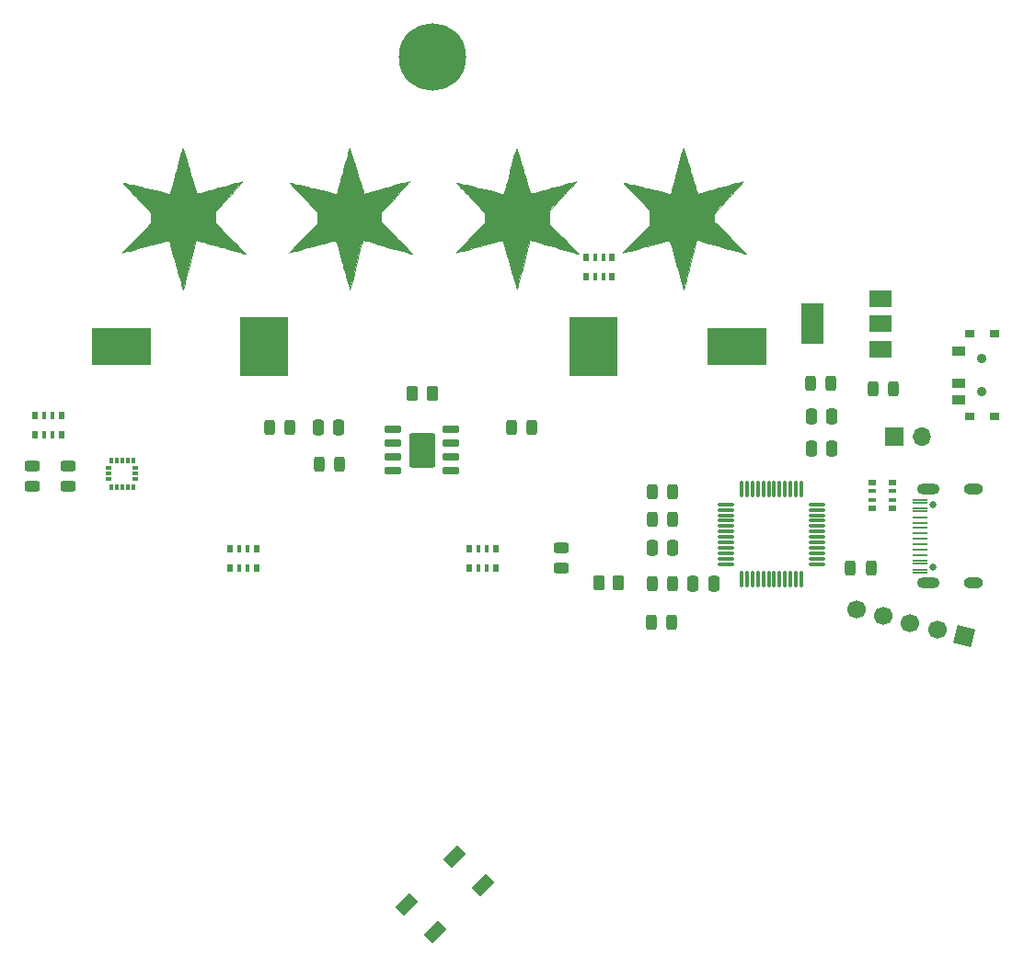
<source format=gbr>
G04 #@! TF.GenerationSoftware,KiCad,Pcbnew,(5.99.0-9526-g5c17ff0595)*
G04 #@! TF.CreationDate,2021-06-05T18:49:20-05:00*
G04 #@! TF.ProjectId,BlueTeamCon,426c7565-5465-4616-9d43-6f6e2e6b6963,rev?*
G04 #@! TF.SameCoordinates,Original*
G04 #@! TF.FileFunction,Soldermask,Bot*
G04 #@! TF.FilePolarity,Negative*
%FSLAX46Y46*%
G04 Gerber Fmt 4.6, Leading zero omitted, Abs format (unit mm)*
G04 Created by KiCad (PCBNEW (5.99.0-9526-g5c17ff0595)) date 2021-06-05 18:49:20*
%MOMM*%
%LPD*%
G01*
G04 APERTURE LIST*
G04 Aperture macros list*
%AMRoundRect*
0 Rectangle with rounded corners*
0 $1 Rounding radius*
0 $2 $3 $4 $5 $6 $7 $8 $9 X,Y pos of 4 corners*
0 Add a 4 corners polygon primitive as box body*
4,1,4,$2,$3,$4,$5,$6,$7,$8,$9,$2,$3,0*
0 Add four circle primitives for the rounded corners*
1,1,$1+$1,$2,$3*
1,1,$1+$1,$4,$5*
1,1,$1+$1,$6,$7*
1,1,$1+$1,$8,$9*
0 Add four rect primitives between the rounded corners*
20,1,$1+$1,$2,$3,$4,$5,0*
20,1,$1+$1,$4,$5,$6,$7,0*
20,1,$1+$1,$6,$7,$8,$9,0*
20,1,$1+$1,$8,$9,$2,$3,0*%
%AMHorizOval*
0 Thick line with rounded ends*
0 $1 width*
0 $2 $3 position (X,Y) of the first rounded end (center of the circle)*
0 $4 $5 position (X,Y) of the second rounded end (center of the circle)*
0 Add line between two ends*
20,1,$1,$2,$3,$4,$5,0*
0 Add two circle primitives to create the rounded ends*
1,1,$1,$2,$3*
1,1,$1,$4,$5*%
%AMRotRect*
0 Rectangle, with rotation*
0 The origin of the aperture is its center*
0 $1 length*
0 $2 width*
0 $3 Rotation angle, in degrees counterclockwise*
0 Add horizontal line*
21,1,$1,$2,0,0,$3*%
G04 Aperture macros list end*
%ADD10C,0.010000*%
%ADD11C,6.200000*%
%ADD12RoundRect,0.243750X-0.243750X-0.456250X0.243750X-0.456250X0.243750X0.456250X-0.243750X0.456250X0*%
%ADD13RoundRect,0.243750X0.243750X0.456250X-0.243750X0.456250X-0.243750X-0.456250X0.243750X-0.456250X0*%
%ADD14RoundRect,0.243750X-0.456250X0.243750X-0.456250X-0.243750X0.456250X-0.243750X0.456250X0.243750X0*%
%ADD15RotRect,1.700000X1.700000X76.000000*%
%ADD16HorizOval,1.700000X0.000000X0.000000X0.000000X0.000000X0*%
%ADD17RoundRect,0.250000X0.262500X0.450000X-0.262500X0.450000X-0.262500X-0.450000X0.262500X-0.450000X0*%
%ADD18R,0.500000X0.800000*%
%ADD19R,0.400000X0.800000*%
%ADD20RoundRect,0.150000X-0.650000X-0.150000X0.650000X-0.150000X0.650000X0.150000X-0.650000X0.150000X0*%
%ADD21RoundRect,0.250001X-0.949999X-1.349999X0.949999X-1.349999X0.949999X1.349999X-0.949999X1.349999X0*%
%ADD22R,2.000000X1.500000*%
%ADD23R,2.000000X3.800000*%
%ADD24R,1.200000X2.600000*%
%ADD25C,3.500000*%
%ADD26RotRect,1.800000X1.100000X45.000000*%
%ADD27R,0.800000X0.500000*%
%ADD28R,0.800000X0.400000*%
%ADD29C,0.900000*%
%ADD30R,1.250000X0.900000*%
%ADD31R,0.900000X0.800000*%
%ADD32C,0.650000*%
%ADD33R,1.400000X0.250000*%
%ADD34O,2.100000X1.000000*%
%ADD35O,1.800000X1.000000*%
%ADD36RoundRect,0.087500X-0.087500X0.187500X-0.087500X-0.187500X0.087500X-0.187500X0.087500X0.187500X0*%
%ADD37RoundRect,0.087500X-0.187500X0.087500X-0.187500X-0.087500X0.187500X-0.087500X0.187500X0.087500X0*%
%ADD38RoundRect,0.243750X0.456250X-0.243750X0.456250X0.243750X-0.456250X0.243750X-0.456250X-0.243750X0*%
%ADD39RoundRect,0.075000X-0.662500X-0.075000X0.662500X-0.075000X0.662500X0.075000X-0.662500X0.075000X0*%
%ADD40RoundRect,0.075000X-0.075000X-0.662500X0.075000X-0.662500X0.075000X0.662500X-0.075000X0.662500X0*%
%ADD41RoundRect,0.250000X-0.250000X-0.475000X0.250000X-0.475000X0.250000X0.475000X-0.250000X0.475000X0*%
%ADD42RoundRect,0.250000X0.250000X0.475000X-0.250000X0.475000X-0.250000X-0.475000X0.250000X-0.475000X0*%
%ADD43R,4.500000X5.500000*%
%ADD44R,5.500000X3.500000*%
%ADD45R,1.700000X1.700000*%
%ADD46O,1.700000X1.700000*%
%ADD47RoundRect,0.250000X-0.262500X-0.450000X0.262500X-0.450000X0.262500X0.450000X-0.262500X0.450000X0*%
G04 APERTURE END LIST*
D10*
X119212683Y-65860867D02*
X119251881Y-65963261D01*
X119251881Y-65963261D02*
X119310401Y-66132802D01*
X119310401Y-66132802D02*
X119385972Y-66362448D01*
X119385972Y-66362448D02*
X119476323Y-66645155D01*
X119476323Y-66645155D02*
X119579182Y-66973882D01*
X119579182Y-66973882D02*
X119692279Y-67341585D01*
X119692279Y-67341585D02*
X119813341Y-67741221D01*
X119813341Y-67741221D02*
X119850388Y-67864665D01*
X119850388Y-67864665D02*
X119971937Y-68269125D01*
X119971937Y-68269125D02*
X120086942Y-68649096D01*
X120086942Y-68649096D02*
X120193003Y-68996835D01*
X120193003Y-68996835D02*
X120287719Y-69304599D01*
X120287719Y-69304599D02*
X120368691Y-69564644D01*
X120368691Y-69564644D02*
X120433517Y-69769227D01*
X120433517Y-69769227D02*
X120479797Y-69910603D01*
X120479797Y-69910603D02*
X120505130Y-69981029D01*
X120505130Y-69981029D02*
X120508412Y-69987306D01*
X120508412Y-69987306D02*
X120554373Y-69983004D01*
X120554373Y-69983004D02*
X120673935Y-69957528D01*
X120673935Y-69957528D02*
X120859274Y-69912908D01*
X120859274Y-69912908D02*
X121102565Y-69851171D01*
X121102565Y-69851171D02*
X121395984Y-69774344D01*
X121395984Y-69774344D02*
X121731706Y-69684456D01*
X121731706Y-69684456D02*
X122101906Y-69583534D01*
X122101906Y-69583534D02*
X122498760Y-69473606D01*
X122498760Y-69473606D02*
X122601935Y-69444755D01*
X122601935Y-69444755D02*
X123004490Y-69332420D01*
X123004490Y-69332420D02*
X123382432Y-69227819D01*
X123382432Y-69227819D02*
X123727916Y-69133063D01*
X123727916Y-69133063D02*
X124033099Y-69050262D01*
X124033099Y-69050262D02*
X124290133Y-68981526D01*
X124290133Y-68981526D02*
X124491176Y-68928967D01*
X124491176Y-68928967D02*
X124628381Y-68894695D01*
X124628381Y-68894695D02*
X124693903Y-68880821D01*
X124693903Y-68880821D02*
X124698151Y-68880782D01*
X124698151Y-68880782D02*
X124677030Y-68913373D01*
X124677030Y-68913373D02*
X124603281Y-69002101D01*
X124603281Y-69002101D02*
X124482065Y-69141222D01*
X124482065Y-69141222D02*
X124318542Y-69324993D01*
X124318542Y-69324993D02*
X124117872Y-69547671D01*
X124117872Y-69547671D02*
X123885216Y-69803513D01*
X123885216Y-69803513D02*
X123625733Y-70086776D01*
X123625733Y-70086776D02*
X123344585Y-70391718D01*
X123344585Y-70391718D02*
X123208260Y-70538921D01*
X123208260Y-70538921D02*
X121682909Y-72183676D01*
X121682909Y-72183676D02*
X123348674Y-73849841D01*
X123348674Y-73849841D02*
X123657826Y-74159847D01*
X123657826Y-74159847D02*
X123947575Y-74451905D01*
X123947575Y-74451905D02*
X124212619Y-74720571D01*
X124212619Y-74720571D02*
X124447661Y-74960401D01*
X124447661Y-74960401D02*
X124647400Y-75165948D01*
X124647400Y-75165948D02*
X124806538Y-75331770D01*
X124806538Y-75331770D02*
X124919774Y-75452421D01*
X124919774Y-75452421D02*
X124981810Y-75522456D01*
X124981810Y-75522456D02*
X124992101Y-75538343D01*
X124992101Y-75538343D02*
X124948462Y-75530994D01*
X124948462Y-75530994D02*
X124830990Y-75501800D01*
X124830990Y-75501800D02*
X124647075Y-75452821D01*
X124647075Y-75452821D02*
X124404104Y-75386119D01*
X124404104Y-75386119D02*
X124109468Y-75303753D01*
X124109468Y-75303753D02*
X123770555Y-75207783D01*
X123770555Y-75207783D02*
X123394755Y-75100270D01*
X123394755Y-75100270D02*
X122989456Y-74983273D01*
X122989456Y-74983273D02*
X122712361Y-74902727D01*
X122712361Y-74902727D02*
X122291563Y-74780829D01*
X122291563Y-74780829D02*
X121895188Y-74667457D01*
X121895188Y-74667457D02*
X121530656Y-74564634D01*
X121530656Y-74564634D02*
X121205386Y-74474383D01*
X121205386Y-74474383D02*
X120926798Y-74398728D01*
X120926798Y-74398728D02*
X120702311Y-74339693D01*
X120702311Y-74339693D02*
X120539344Y-74299301D01*
X120539344Y-74299301D02*
X120445316Y-74279576D01*
X120445316Y-74279576D02*
X120424674Y-74278804D01*
X120424674Y-74278804D02*
X120409037Y-74325176D01*
X120409037Y-74325176D02*
X120375066Y-74446167D01*
X120375066Y-74446167D02*
X120324722Y-74634196D01*
X120324722Y-74634196D02*
X120259965Y-74881685D01*
X120259965Y-74881685D02*
X120182753Y-75181052D01*
X120182753Y-75181052D02*
X120095048Y-75524718D01*
X120095048Y-75524718D02*
X119998810Y-75905104D01*
X119998810Y-75905104D02*
X119895997Y-76314628D01*
X119895997Y-76314628D02*
X119832989Y-76567083D01*
X119832989Y-76567083D02*
X119727624Y-76988941D01*
X119727624Y-76988941D02*
X119628083Y-77385105D01*
X119628083Y-77385105D02*
X119536275Y-77748148D01*
X119536275Y-77748148D02*
X119454107Y-78070641D01*
X119454107Y-78070641D02*
X119383484Y-78345156D01*
X119383484Y-78345156D02*
X119326314Y-78564263D01*
X119326314Y-78564263D02*
X119284504Y-78720536D01*
X119284504Y-78720536D02*
X119259962Y-78806544D01*
X119259962Y-78806544D02*
X119254299Y-78821333D01*
X119254299Y-78821333D02*
X119226966Y-78788499D01*
X119226966Y-78788499D02*
X119218727Y-78768417D01*
X119218727Y-78768417D02*
X119204169Y-78718650D01*
X119204169Y-78718650D02*
X119169028Y-78595008D01*
X119169028Y-78595008D02*
X119115460Y-78405174D01*
X119115460Y-78405174D02*
X119045622Y-78156830D01*
X119045622Y-78156830D02*
X118961672Y-77857655D01*
X118961672Y-77857655D02*
X118865764Y-77515334D01*
X118865764Y-77515334D02*
X118760056Y-77137545D01*
X118760056Y-77137545D02*
X118646704Y-76731973D01*
X118646704Y-76731973D02*
X118587566Y-76520205D01*
X118587566Y-76520205D02*
X118471252Y-76104655D01*
X118471252Y-76104655D02*
X118361313Y-75713965D01*
X118361313Y-75713965D02*
X118259913Y-75355684D01*
X118259913Y-75355684D02*
X118169218Y-75037360D01*
X118169218Y-75037360D02*
X118091390Y-74766544D01*
X118091390Y-74766544D02*
X118028596Y-74550786D01*
X118028596Y-74550786D02*
X117982998Y-74397635D01*
X117982998Y-74397635D02*
X117956763Y-74314640D01*
X117956763Y-74314640D02*
X117951519Y-74301742D01*
X117951519Y-74301742D02*
X117907403Y-74308020D01*
X117907403Y-74308020D02*
X117789306Y-74334666D01*
X117789306Y-74334666D02*
X117604914Y-74379708D01*
X117604914Y-74379708D02*
X117361910Y-74441171D01*
X117361910Y-74441171D02*
X117067980Y-74517081D01*
X117067980Y-74517081D02*
X116730810Y-74605467D01*
X116730810Y-74605467D02*
X116358083Y-74704353D01*
X116358083Y-74704353D02*
X115957484Y-74811766D01*
X115957484Y-74811766D02*
X115801406Y-74853906D01*
X115801406Y-74853906D02*
X115392481Y-74964083D01*
X115392481Y-74964083D02*
X115008697Y-75066643D01*
X115008697Y-75066643D02*
X114657718Y-75159595D01*
X114657718Y-75159595D02*
X114347209Y-75240951D01*
X114347209Y-75240951D02*
X114084833Y-75308722D01*
X114084833Y-75308722D02*
X113878255Y-75360917D01*
X113878255Y-75360917D02*
X113735138Y-75395547D01*
X113735138Y-75395547D02*
X113663146Y-75410623D01*
X113663146Y-75410623D02*
X113656044Y-75410821D01*
X113656044Y-75410821D02*
X113681417Y-75378176D01*
X113681417Y-75378176D02*
X113761137Y-75291239D01*
X113761137Y-75291239D02*
X113889739Y-75155646D01*
X113889739Y-75155646D02*
X114061760Y-74977031D01*
X114061760Y-74977031D02*
X114271736Y-74761029D01*
X114271736Y-74761029D02*
X114514203Y-74513275D01*
X114514203Y-74513275D02*
X114783696Y-74239403D01*
X114783696Y-74239403D02*
X115074752Y-73945048D01*
X115074752Y-73945048D02*
X115193207Y-73825633D01*
X115193207Y-73825633D02*
X115491531Y-73524205D01*
X115491531Y-73524205D02*
X115770545Y-73240429D01*
X115770545Y-73240429D02*
X116024758Y-72980023D01*
X116024758Y-72980023D02*
X116248674Y-72748703D01*
X116248674Y-72748703D02*
X116436800Y-72552186D01*
X116436800Y-72552186D02*
X116583643Y-72396189D01*
X116583643Y-72396189D02*
X116683710Y-72286427D01*
X116683710Y-72286427D02*
X116731506Y-72228618D01*
X116731506Y-72228618D02*
X116734810Y-72221433D01*
X116734810Y-72221433D02*
X116703553Y-72184564D01*
X116703553Y-72184564D02*
X116619006Y-72092651D01*
X116619006Y-72092651D02*
X116486713Y-71951532D01*
X116486713Y-71951532D02*
X116312220Y-71767047D01*
X116312220Y-71767047D02*
X116101070Y-71545035D01*
X116101070Y-71545035D02*
X115858810Y-71291336D01*
X115858810Y-71291336D02*
X115590983Y-71011789D01*
X115590983Y-71011789D02*
X115303135Y-70712234D01*
X115303135Y-70712234D02*
X115199962Y-70605070D01*
X115199962Y-70605070D02*
X114908264Y-70301232D01*
X114908264Y-70301232D02*
X114636414Y-70016124D01*
X114636414Y-70016124D02*
X114389722Y-69755448D01*
X114389722Y-69755448D02*
X114173495Y-69524908D01*
X114173495Y-69524908D02*
X113993042Y-69330208D01*
X113993042Y-69330208D02*
X113853671Y-69177050D01*
X113853671Y-69177050D02*
X113760692Y-69071139D01*
X113760692Y-69071139D02*
X113719412Y-69018178D01*
X113719412Y-69018178D02*
X113718296Y-69013148D01*
X113718296Y-69013148D02*
X113765795Y-69020565D01*
X113765795Y-69020565D02*
X113887609Y-69046703D01*
X113887609Y-69046703D02*
X114075926Y-69089705D01*
X114075926Y-69089705D02*
X114322933Y-69147715D01*
X114322933Y-69147715D02*
X114620819Y-69218874D01*
X114620819Y-69218874D02*
X114961770Y-69301324D01*
X114961770Y-69301324D02*
X115337974Y-69393210D01*
X115337974Y-69393210D02*
X115741620Y-69492673D01*
X115741620Y-69492673D02*
X115892419Y-69530044D01*
X115892419Y-69530044D02*
X116303486Y-69631337D01*
X116303486Y-69631337D02*
X116689555Y-69725050D01*
X116689555Y-69725050D02*
X117042879Y-69809403D01*
X117042879Y-69809403D02*
X117355705Y-69882612D01*
X117355705Y-69882612D02*
X117620286Y-69942894D01*
X117620286Y-69942894D02*
X117828870Y-69988467D01*
X117828870Y-69988467D02*
X117973709Y-70017548D01*
X117973709Y-70017548D02*
X118047052Y-70028356D01*
X118047052Y-70028356D02*
X118054505Y-70027381D01*
X118054505Y-70027381D02*
X118070325Y-69981207D01*
X118070325Y-69981207D02*
X118105433Y-69861034D01*
X118105433Y-69861034D02*
X118157670Y-69674771D01*
X118157670Y-69674771D02*
X118224881Y-69430326D01*
X118224881Y-69430326D02*
X118304908Y-69135607D01*
X118304908Y-69135607D02*
X118395595Y-68798522D01*
X118395595Y-68798522D02*
X118494785Y-68426978D01*
X118494785Y-68426978D02*
X118600322Y-68028884D01*
X118600322Y-68028884D02*
X118623348Y-67941667D01*
X118623348Y-67941667D02*
X118730138Y-67538020D01*
X118730138Y-67538020D02*
X118831128Y-67158469D01*
X118831128Y-67158469D02*
X118924141Y-66811039D01*
X118924141Y-66811039D02*
X119007003Y-66503755D01*
X119007003Y-66503755D02*
X119077537Y-66244645D01*
X119077537Y-66244645D02*
X119133568Y-66041732D01*
X119133568Y-66041732D02*
X119172921Y-65903043D01*
X119172921Y-65903043D02*
X119193419Y-65836603D01*
X119193419Y-65836603D02*
X119195079Y-65832665D01*
X119195079Y-65832665D02*
X119212683Y-65860867D01*
X119212683Y-65860867D02*
X119212683Y-65860867D01*
G36*
X119212683Y-65860867D02*
G01*
X119251881Y-65963261D01*
X119310401Y-66132802D01*
X119385972Y-66362448D01*
X119476323Y-66645155D01*
X119579182Y-66973882D01*
X119692279Y-67341585D01*
X119813341Y-67741221D01*
X119850388Y-67864665D01*
X119971937Y-68269125D01*
X120086942Y-68649096D01*
X120193003Y-68996835D01*
X120287719Y-69304599D01*
X120368691Y-69564644D01*
X120433517Y-69769227D01*
X120479797Y-69910603D01*
X120505130Y-69981029D01*
X120508412Y-69987306D01*
X120554373Y-69983004D01*
X120673935Y-69957528D01*
X120859274Y-69912908D01*
X121102565Y-69851171D01*
X121395984Y-69774344D01*
X121731706Y-69684456D01*
X122101906Y-69583534D01*
X122498760Y-69473606D01*
X122601935Y-69444755D01*
X123004490Y-69332420D01*
X123382432Y-69227819D01*
X123727916Y-69133063D01*
X124033099Y-69050262D01*
X124290133Y-68981526D01*
X124491176Y-68928967D01*
X124628381Y-68894695D01*
X124693903Y-68880821D01*
X124698151Y-68880782D01*
X124677030Y-68913373D01*
X124603281Y-69002101D01*
X124482065Y-69141222D01*
X124318542Y-69324993D01*
X124117872Y-69547671D01*
X123885216Y-69803513D01*
X123625733Y-70086776D01*
X123344585Y-70391718D01*
X123208260Y-70538921D01*
X121682909Y-72183676D01*
X123348674Y-73849841D01*
X123657826Y-74159847D01*
X123947575Y-74451905D01*
X124212619Y-74720571D01*
X124447661Y-74960401D01*
X124647400Y-75165948D01*
X124806538Y-75331770D01*
X124919774Y-75452421D01*
X124981810Y-75522456D01*
X124992101Y-75538343D01*
X124948462Y-75530994D01*
X124830990Y-75501800D01*
X124647075Y-75452821D01*
X124404104Y-75386119D01*
X124109468Y-75303753D01*
X123770555Y-75207783D01*
X123394755Y-75100270D01*
X122989456Y-74983273D01*
X122712361Y-74902727D01*
X122291563Y-74780829D01*
X121895188Y-74667457D01*
X121530656Y-74564634D01*
X121205386Y-74474383D01*
X120926798Y-74398728D01*
X120702311Y-74339693D01*
X120539344Y-74299301D01*
X120445316Y-74279576D01*
X120424674Y-74278804D01*
X120409037Y-74325176D01*
X120375066Y-74446167D01*
X120324722Y-74634196D01*
X120259965Y-74881685D01*
X120182753Y-75181052D01*
X120095048Y-75524718D01*
X119998810Y-75905104D01*
X119895997Y-76314628D01*
X119832989Y-76567083D01*
X119727624Y-76988941D01*
X119628083Y-77385105D01*
X119536275Y-77748148D01*
X119454107Y-78070641D01*
X119383484Y-78345156D01*
X119326314Y-78564263D01*
X119284504Y-78720536D01*
X119259962Y-78806544D01*
X119254299Y-78821333D01*
X119226966Y-78788499D01*
X119218727Y-78768417D01*
X119204169Y-78718650D01*
X119169028Y-78595008D01*
X119115460Y-78405174D01*
X119045622Y-78156830D01*
X118961672Y-77857655D01*
X118865764Y-77515334D01*
X118760056Y-77137545D01*
X118646704Y-76731973D01*
X118587566Y-76520205D01*
X118471252Y-76104655D01*
X118361313Y-75713965D01*
X118259913Y-75355684D01*
X118169218Y-75037360D01*
X118091390Y-74766544D01*
X118028596Y-74550786D01*
X117982998Y-74397635D01*
X117956763Y-74314640D01*
X117951519Y-74301742D01*
X117907403Y-74308020D01*
X117789306Y-74334666D01*
X117604914Y-74379708D01*
X117361910Y-74441171D01*
X117067980Y-74517081D01*
X116730810Y-74605467D01*
X116358083Y-74704353D01*
X115957484Y-74811766D01*
X115801406Y-74853906D01*
X115392481Y-74964083D01*
X115008697Y-75066643D01*
X114657718Y-75159595D01*
X114347209Y-75240951D01*
X114084833Y-75308722D01*
X113878255Y-75360917D01*
X113735138Y-75395547D01*
X113663146Y-75410623D01*
X113656044Y-75410821D01*
X113681417Y-75378176D01*
X113761137Y-75291239D01*
X113889739Y-75155646D01*
X114061760Y-74977031D01*
X114271736Y-74761029D01*
X114514203Y-74513275D01*
X114783696Y-74239403D01*
X115074752Y-73945048D01*
X115193207Y-73825633D01*
X115491531Y-73524205D01*
X115770545Y-73240429D01*
X116024758Y-72980023D01*
X116248674Y-72748703D01*
X116436800Y-72552186D01*
X116583643Y-72396189D01*
X116683710Y-72286427D01*
X116731506Y-72228618D01*
X116734810Y-72221433D01*
X116703553Y-72184564D01*
X116619006Y-72092651D01*
X116486713Y-71951532D01*
X116312220Y-71767047D01*
X116101070Y-71545035D01*
X115858810Y-71291336D01*
X115590983Y-71011789D01*
X115303135Y-70712234D01*
X115199962Y-70605070D01*
X114908264Y-70301232D01*
X114636414Y-70016124D01*
X114389722Y-69755448D01*
X114173495Y-69524908D01*
X113993042Y-69330208D01*
X113853671Y-69177050D01*
X113760692Y-69071139D01*
X113719412Y-69018178D01*
X113718296Y-69013148D01*
X113765795Y-69020565D01*
X113887609Y-69046703D01*
X114075926Y-69089705D01*
X114322933Y-69147715D01*
X114620819Y-69218874D01*
X114961770Y-69301324D01*
X115337974Y-69393210D01*
X115741620Y-69492673D01*
X115892419Y-69530044D01*
X116303486Y-69631337D01*
X116689555Y-69725050D01*
X117042879Y-69809403D01*
X117355705Y-69882612D01*
X117620286Y-69942894D01*
X117828870Y-69988467D01*
X117973709Y-70017548D01*
X118047052Y-70028356D01*
X118054505Y-70027381D01*
X118070325Y-69981207D01*
X118105433Y-69861034D01*
X118157670Y-69674771D01*
X118224881Y-69430326D01*
X118304908Y-69135607D01*
X118395595Y-68798522D01*
X118494785Y-68426978D01*
X118600322Y-68028884D01*
X118623348Y-67941667D01*
X118730138Y-67538020D01*
X118831128Y-67158469D01*
X118924141Y-66811039D01*
X119007003Y-66503755D01*
X119077537Y-66244645D01*
X119133568Y-66041732D01*
X119172921Y-65903043D01*
X119193419Y-65836603D01*
X119195079Y-65832665D01*
X119212683Y-65860867D01*
G37*
X119212683Y-65860867D02*
X119251881Y-65963261D01*
X119310401Y-66132802D01*
X119385972Y-66362448D01*
X119476323Y-66645155D01*
X119579182Y-66973882D01*
X119692279Y-67341585D01*
X119813341Y-67741221D01*
X119850388Y-67864665D01*
X119971937Y-68269125D01*
X120086942Y-68649096D01*
X120193003Y-68996835D01*
X120287719Y-69304599D01*
X120368691Y-69564644D01*
X120433517Y-69769227D01*
X120479797Y-69910603D01*
X120505130Y-69981029D01*
X120508412Y-69987306D01*
X120554373Y-69983004D01*
X120673935Y-69957528D01*
X120859274Y-69912908D01*
X121102565Y-69851171D01*
X121395984Y-69774344D01*
X121731706Y-69684456D01*
X122101906Y-69583534D01*
X122498760Y-69473606D01*
X122601935Y-69444755D01*
X123004490Y-69332420D01*
X123382432Y-69227819D01*
X123727916Y-69133063D01*
X124033099Y-69050262D01*
X124290133Y-68981526D01*
X124491176Y-68928967D01*
X124628381Y-68894695D01*
X124693903Y-68880821D01*
X124698151Y-68880782D01*
X124677030Y-68913373D01*
X124603281Y-69002101D01*
X124482065Y-69141222D01*
X124318542Y-69324993D01*
X124117872Y-69547671D01*
X123885216Y-69803513D01*
X123625733Y-70086776D01*
X123344585Y-70391718D01*
X123208260Y-70538921D01*
X121682909Y-72183676D01*
X123348674Y-73849841D01*
X123657826Y-74159847D01*
X123947575Y-74451905D01*
X124212619Y-74720571D01*
X124447661Y-74960401D01*
X124647400Y-75165948D01*
X124806538Y-75331770D01*
X124919774Y-75452421D01*
X124981810Y-75522456D01*
X124992101Y-75538343D01*
X124948462Y-75530994D01*
X124830990Y-75501800D01*
X124647075Y-75452821D01*
X124404104Y-75386119D01*
X124109468Y-75303753D01*
X123770555Y-75207783D01*
X123394755Y-75100270D01*
X122989456Y-74983273D01*
X122712361Y-74902727D01*
X122291563Y-74780829D01*
X121895188Y-74667457D01*
X121530656Y-74564634D01*
X121205386Y-74474383D01*
X120926798Y-74398728D01*
X120702311Y-74339693D01*
X120539344Y-74299301D01*
X120445316Y-74279576D01*
X120424674Y-74278804D01*
X120409037Y-74325176D01*
X120375066Y-74446167D01*
X120324722Y-74634196D01*
X120259965Y-74881685D01*
X120182753Y-75181052D01*
X120095048Y-75524718D01*
X119998810Y-75905104D01*
X119895997Y-76314628D01*
X119832989Y-76567083D01*
X119727624Y-76988941D01*
X119628083Y-77385105D01*
X119536275Y-77748148D01*
X119454107Y-78070641D01*
X119383484Y-78345156D01*
X119326314Y-78564263D01*
X119284504Y-78720536D01*
X119259962Y-78806544D01*
X119254299Y-78821333D01*
X119226966Y-78788499D01*
X119218727Y-78768417D01*
X119204169Y-78718650D01*
X119169028Y-78595008D01*
X119115460Y-78405174D01*
X119045622Y-78156830D01*
X118961672Y-77857655D01*
X118865764Y-77515334D01*
X118760056Y-77137545D01*
X118646704Y-76731973D01*
X118587566Y-76520205D01*
X118471252Y-76104655D01*
X118361313Y-75713965D01*
X118259913Y-75355684D01*
X118169218Y-75037360D01*
X118091390Y-74766544D01*
X118028596Y-74550786D01*
X117982998Y-74397635D01*
X117956763Y-74314640D01*
X117951519Y-74301742D01*
X117907403Y-74308020D01*
X117789306Y-74334666D01*
X117604914Y-74379708D01*
X117361910Y-74441171D01*
X117067980Y-74517081D01*
X116730810Y-74605467D01*
X116358083Y-74704353D01*
X115957484Y-74811766D01*
X115801406Y-74853906D01*
X115392481Y-74964083D01*
X115008697Y-75066643D01*
X114657718Y-75159595D01*
X114347209Y-75240951D01*
X114084833Y-75308722D01*
X113878255Y-75360917D01*
X113735138Y-75395547D01*
X113663146Y-75410623D01*
X113656044Y-75410821D01*
X113681417Y-75378176D01*
X113761137Y-75291239D01*
X113889739Y-75155646D01*
X114061760Y-74977031D01*
X114271736Y-74761029D01*
X114514203Y-74513275D01*
X114783696Y-74239403D01*
X115074752Y-73945048D01*
X115193207Y-73825633D01*
X115491531Y-73524205D01*
X115770545Y-73240429D01*
X116024758Y-72980023D01*
X116248674Y-72748703D01*
X116436800Y-72552186D01*
X116583643Y-72396189D01*
X116683710Y-72286427D01*
X116731506Y-72228618D01*
X116734810Y-72221433D01*
X116703553Y-72184564D01*
X116619006Y-72092651D01*
X116486713Y-71951532D01*
X116312220Y-71767047D01*
X116101070Y-71545035D01*
X115858810Y-71291336D01*
X115590983Y-71011789D01*
X115303135Y-70712234D01*
X115199962Y-70605070D01*
X114908264Y-70301232D01*
X114636414Y-70016124D01*
X114389722Y-69755448D01*
X114173495Y-69524908D01*
X113993042Y-69330208D01*
X113853671Y-69177050D01*
X113760692Y-69071139D01*
X113719412Y-69018178D01*
X113718296Y-69013148D01*
X113765795Y-69020565D01*
X113887609Y-69046703D01*
X114075926Y-69089705D01*
X114322933Y-69147715D01*
X114620819Y-69218874D01*
X114961770Y-69301324D01*
X115337974Y-69393210D01*
X115741620Y-69492673D01*
X115892419Y-69530044D01*
X116303486Y-69631337D01*
X116689555Y-69725050D01*
X117042879Y-69809403D01*
X117355705Y-69882612D01*
X117620286Y-69942894D01*
X117828870Y-69988467D01*
X117973709Y-70017548D01*
X118047052Y-70028356D01*
X118054505Y-70027381D01*
X118070325Y-69981207D01*
X118105433Y-69861034D01*
X118157670Y-69674771D01*
X118224881Y-69430326D01*
X118304908Y-69135607D01*
X118395595Y-68798522D01*
X118494785Y-68426978D01*
X118600322Y-68028884D01*
X118623348Y-67941667D01*
X118730138Y-67538020D01*
X118831128Y-67158469D01*
X118924141Y-66811039D01*
X119007003Y-66503755D01*
X119077537Y-66244645D01*
X119133568Y-66041732D01*
X119172921Y-65903043D01*
X119193419Y-65836603D01*
X119195079Y-65832665D01*
X119212683Y-65860867D01*
X149960917Y-65862962D02*
X149962845Y-65867333D01*
X149962845Y-65867333D02*
X149982773Y-65927941D01*
X149982773Y-65927941D02*
X150024409Y-66061441D01*
X150024409Y-66061441D02*
X150085251Y-66259593D01*
X150085251Y-66259593D02*
X150162797Y-66514156D01*
X150162797Y-66514156D02*
X150254545Y-66816892D01*
X150254545Y-66816892D02*
X150357993Y-67159561D01*
X150357993Y-67159561D02*
X150470639Y-67533922D01*
X150470639Y-67533922D02*
X150589981Y-67931736D01*
X150589981Y-67931736D02*
X150608803Y-67994583D01*
X150608803Y-67994583D02*
X150728168Y-68391080D01*
X150728168Y-68391080D02*
X150841038Y-68761832D01*
X150841038Y-68761832D02*
X150944980Y-69099138D01*
X150944980Y-69099138D02*
X151037560Y-69395296D01*
X151037560Y-69395296D02*
X151116346Y-69642603D01*
X151116346Y-69642603D02*
X151178904Y-69833358D01*
X151178904Y-69833358D02*
X151222801Y-69959859D01*
X151222801Y-69959859D02*
X151245603Y-70014403D01*
X151245603Y-70014403D02*
X151247411Y-70016000D01*
X151247411Y-70016000D02*
X151293554Y-70004889D01*
X151293554Y-70004889D02*
X151413319Y-69973007D01*
X151413319Y-69973007D02*
X151598830Y-69922526D01*
X151598830Y-69922526D02*
X151842209Y-69855622D01*
X151842209Y-69855622D02*
X152135581Y-69774468D01*
X152135581Y-69774468D02*
X152471069Y-69681238D01*
X152471069Y-69681238D02*
X152840797Y-69578106D01*
X152840797Y-69578106D02*
X153236888Y-69467246D01*
X153236888Y-69467246D02*
X153322330Y-69443285D01*
X153322330Y-69443285D02*
X153723153Y-69331328D01*
X153723153Y-69331328D02*
X154099518Y-69227140D01*
X154099518Y-69227140D02*
X154443516Y-69132845D01*
X154443516Y-69132845D02*
X154747239Y-69050567D01*
X154747239Y-69050567D02*
X155002777Y-68982428D01*
X155002777Y-68982428D02*
X155202223Y-68930553D01*
X155202223Y-68930553D02*
X155337667Y-68897065D01*
X155337667Y-68897065D02*
X155401200Y-68884087D01*
X155401200Y-68884087D02*
X155404647Y-68884160D01*
X155404647Y-68884160D02*
X155384550Y-68916793D01*
X155384550Y-68916793D02*
X155311805Y-69005577D01*
X155311805Y-69005577D02*
X155191543Y-69144773D01*
X155191543Y-69144773D02*
X155028894Y-69328645D01*
X155028894Y-69328645D02*
X154828990Y-69551455D01*
X154828990Y-69551455D02*
X154596960Y-69807468D01*
X154596960Y-69807468D02*
X154337937Y-70090944D01*
X154337937Y-70090944D02*
X154057051Y-70396148D01*
X154057051Y-70396148D02*
X153917561Y-70546958D01*
X153917561Y-70546958D02*
X152389706Y-72196167D01*
X152389706Y-72196167D02*
X154070936Y-73884008D01*
X154070936Y-73884008D02*
X154379178Y-74194563D01*
X154379178Y-74194563D02*
X154666234Y-74485918D01*
X154666234Y-74485918D02*
X154927093Y-74752839D01*
X154927093Y-74752839D02*
X155156744Y-74990095D01*
X155156744Y-74990095D02*
X155350178Y-75192452D01*
X155350178Y-75192452D02*
X155502381Y-75354679D01*
X155502381Y-75354679D02*
X155608344Y-75471542D01*
X155608344Y-75471542D02*
X155663056Y-75537809D01*
X155663056Y-75537809D02*
X155667500Y-75551172D01*
X155667500Y-75551172D02*
X155611794Y-75535697D01*
X155611794Y-75535697D02*
X155482561Y-75498755D01*
X155482561Y-75498755D02*
X155287551Y-75442593D01*
X155287551Y-75442593D02*
X155034514Y-75369455D01*
X155034514Y-75369455D02*
X154731203Y-75281585D01*
X154731203Y-75281585D02*
X154385368Y-75181227D01*
X154385368Y-75181227D02*
X154004761Y-75070626D01*
X154004761Y-75070626D02*
X153597131Y-74952027D01*
X153597131Y-74952027D02*
X153368367Y-74885408D01*
X153368367Y-74885408D02*
X152952234Y-74764517D01*
X152952234Y-74764517D02*
X152561157Y-74651545D01*
X152561157Y-74651545D02*
X152202556Y-74548593D01*
X152202556Y-74548593D02*
X151883850Y-74457759D01*
X151883850Y-74457759D02*
X151612460Y-74381142D01*
X151612460Y-74381142D02*
X151395804Y-74320843D01*
X151395804Y-74320843D02*
X151241301Y-74278961D01*
X151241301Y-74278961D02*
X151156372Y-74257595D01*
X151156372Y-74257595D02*
X151141929Y-74255411D01*
X151141929Y-74255411D02*
X151129724Y-74298142D01*
X151129724Y-74298142D02*
X151098980Y-74415527D01*
X151098980Y-74415527D02*
X151051600Y-74600055D01*
X151051600Y-74600055D02*
X150989484Y-74844219D01*
X150989484Y-74844219D02*
X150914534Y-75140509D01*
X150914534Y-75140509D02*
X150828651Y-75481415D01*
X150828651Y-75481415D02*
X150733738Y-75859429D01*
X150733738Y-75859429D02*
X150631695Y-76267042D01*
X150631695Y-76267042D02*
X150569966Y-76514167D01*
X150569966Y-76514167D02*
X150464233Y-76936191D01*
X150464233Y-76936191D02*
X150363930Y-77333454D01*
X150363930Y-77333454D02*
X150271025Y-77698372D01*
X150271025Y-77698372D02*
X150187484Y-78023360D01*
X150187484Y-78023360D02*
X150115277Y-78300834D01*
X150115277Y-78300834D02*
X150056371Y-78523209D01*
X150056371Y-78523209D02*
X150012734Y-78682901D01*
X150012734Y-78682901D02*
X149986333Y-78772327D01*
X149986333Y-78772327D02*
X149979740Y-78788963D01*
X149979740Y-78788963D02*
X149963085Y-78755280D01*
X149963085Y-78755280D02*
X149926056Y-78647179D01*
X149926056Y-78647179D02*
X149870793Y-78471862D01*
X149870793Y-78471862D02*
X149799434Y-78236529D01*
X149799434Y-78236529D02*
X149714120Y-77948382D01*
X149714120Y-77948382D02*
X149616989Y-77614622D01*
X149616989Y-77614622D02*
X149510181Y-77242450D01*
X149510181Y-77242450D02*
X149395835Y-76839068D01*
X149395835Y-76839068D02*
X149316338Y-76555880D01*
X149316338Y-76555880D02*
X149197751Y-76134482D01*
X149197751Y-76134482D02*
X149084888Y-75738563D01*
X149084888Y-75738563D02*
X148979938Y-75375459D01*
X148979938Y-75375459D02*
X148885092Y-75052505D01*
X148885092Y-75052505D02*
X148802538Y-74777037D01*
X148802538Y-74777037D02*
X148734468Y-74556390D01*
X148734468Y-74556390D02*
X148683069Y-74397899D01*
X148683069Y-74397899D02*
X148650532Y-74308901D01*
X148650532Y-74308901D02*
X148640501Y-74291791D01*
X148640501Y-74291791D02*
X148592503Y-74302557D01*
X148592503Y-74302557D02*
X148470604Y-74333424D01*
X148470604Y-74333424D02*
X148282615Y-74382324D01*
X148282615Y-74382324D02*
X148036345Y-74447189D01*
X148036345Y-74447189D02*
X147739608Y-74525950D01*
X147739608Y-74525950D02*
X147400212Y-74616538D01*
X147400212Y-74616538D02*
X147025970Y-74716886D01*
X147025970Y-74716886D02*
X146624692Y-74824924D01*
X146624692Y-74824924D02*
X146484240Y-74862837D01*
X146484240Y-74862837D02*
X146076877Y-74972626D01*
X146076877Y-74972626D02*
X145694943Y-75075083D01*
X145694943Y-75075083D02*
X145346092Y-75168186D01*
X145346092Y-75168186D02*
X145037979Y-75249918D01*
X145037979Y-75249918D02*
X144778259Y-75318256D01*
X144778259Y-75318256D02*
X144574585Y-75371183D01*
X144574585Y-75371183D02*
X144434612Y-75406677D01*
X144434612Y-75406677D02*
X144365995Y-75422718D01*
X144365995Y-75422718D02*
X144360247Y-75423358D01*
X144360247Y-75423358D02*
X144386995Y-75392079D01*
X144386995Y-75392079D02*
X144467686Y-75306046D01*
X144467686Y-75306046D02*
X144596894Y-75170869D01*
X144596894Y-75170869D02*
X144769190Y-74992154D01*
X144769190Y-74992154D02*
X144979147Y-74775510D01*
X144979147Y-74775510D02*
X145221336Y-74526543D01*
X145221336Y-74526543D02*
X145490329Y-74250864D01*
X145490329Y-74250864D02*
X145780700Y-73954078D01*
X145780700Y-73954078D02*
X145913399Y-73818697D01*
X145913399Y-73818697D02*
X147476951Y-72224436D01*
X147476951Y-72224436D02*
X146284823Y-70982635D01*
X146284823Y-70982635D02*
X146010044Y-70696582D01*
X146010044Y-70696582D02*
X145740011Y-70415798D01*
X145740011Y-70415798D02*
X145483448Y-70149331D01*
X145483448Y-70149331D02*
X145249079Y-69906229D01*
X145249079Y-69906229D02*
X145045628Y-69695540D01*
X145045628Y-69695540D02*
X144881818Y-69526311D01*
X144881818Y-69526311D02*
X144766374Y-69407590D01*
X144766374Y-69407590D02*
X144751992Y-69392883D01*
X144751992Y-69392883D02*
X144619738Y-69254034D01*
X144619738Y-69254034D02*
X144515555Y-69137354D01*
X144515555Y-69137354D02*
X144450344Y-69055574D01*
X144450344Y-69055574D02*
X144434328Y-69021894D01*
X144434328Y-69021894D02*
X144478645Y-69027313D01*
X144478645Y-69027313D02*
X144597403Y-69051426D01*
X144597403Y-69051426D02*
X144782895Y-69092435D01*
X144782895Y-69092435D02*
X145027412Y-69148541D01*
X145027412Y-69148541D02*
X145323246Y-69217947D01*
X145323246Y-69217947D02*
X145662690Y-69298855D01*
X145662690Y-69298855D02*
X146038035Y-69389467D01*
X146038035Y-69389467D02*
X146441573Y-69487985D01*
X146441573Y-69487985D02*
X146608333Y-69529000D01*
X146608333Y-69529000D02*
X147020550Y-69630344D01*
X147020550Y-69630344D02*
X147407249Y-69724922D01*
X147407249Y-69724922D02*
X147760777Y-69810896D01*
X147760777Y-69810896D02*
X148073478Y-69886428D01*
X148073478Y-69886428D02*
X148337695Y-69949679D01*
X148337695Y-69949679D02*
X148545775Y-69998812D01*
X148545775Y-69998812D02*
X148690062Y-70031989D01*
X148690062Y-70031989D02*
X148762900Y-70047371D01*
X148762900Y-70047371D02*
X148770319Y-70048125D01*
X148770319Y-70048125D02*
X148783022Y-70006319D01*
X148783022Y-70006319D02*
X148815424Y-69890321D01*
X148815424Y-69890321D02*
X148865459Y-69707759D01*
X148865459Y-69707759D02*
X148931064Y-69466261D01*
X148931064Y-69466261D02*
X149010175Y-69173459D01*
X149010175Y-69173459D02*
X149100727Y-68836980D01*
X149100727Y-68836980D02*
X149200655Y-68464454D01*
X149200655Y-68464454D02*
X149307897Y-68063510D01*
X149307897Y-68063510D02*
X149351733Y-67899302D01*
X149351733Y-67899302D02*
X149480392Y-67418502D01*
X149480392Y-67418502D02*
X149589540Y-67014117D01*
X149589540Y-67014117D02*
X149680848Y-66680589D01*
X149680848Y-66680589D02*
X149755989Y-66412359D01*
X149755989Y-66412359D02*
X149816632Y-66203869D01*
X149816632Y-66203869D02*
X149864451Y-66049559D01*
X149864451Y-66049559D02*
X149901118Y-65943873D01*
X149901118Y-65943873D02*
X149928303Y-65881250D01*
X149928303Y-65881250D02*
X149947679Y-65856133D01*
X149947679Y-65856133D02*
X149960917Y-65862962D01*
X149960917Y-65862962D02*
X149960917Y-65862962D01*
G36*
X149960917Y-65862962D02*
G01*
X149962845Y-65867333D01*
X149982773Y-65927941D01*
X150024409Y-66061441D01*
X150085251Y-66259593D01*
X150162797Y-66514156D01*
X150254545Y-66816892D01*
X150357993Y-67159561D01*
X150470639Y-67533922D01*
X150589981Y-67931736D01*
X150608803Y-67994583D01*
X150728168Y-68391080D01*
X150841038Y-68761832D01*
X150944980Y-69099138D01*
X151037560Y-69395296D01*
X151116346Y-69642603D01*
X151178904Y-69833358D01*
X151222801Y-69959859D01*
X151245603Y-70014403D01*
X151247411Y-70016000D01*
X151293554Y-70004889D01*
X151413319Y-69973007D01*
X151598830Y-69922526D01*
X151842209Y-69855622D01*
X152135581Y-69774468D01*
X152471069Y-69681238D01*
X152840797Y-69578106D01*
X153236888Y-69467246D01*
X153322330Y-69443285D01*
X153723153Y-69331328D01*
X154099518Y-69227140D01*
X154443516Y-69132845D01*
X154747239Y-69050567D01*
X155002777Y-68982428D01*
X155202223Y-68930553D01*
X155337667Y-68897065D01*
X155401200Y-68884087D01*
X155404647Y-68884160D01*
X155384550Y-68916793D01*
X155311805Y-69005577D01*
X155191543Y-69144773D01*
X155028894Y-69328645D01*
X154828990Y-69551455D01*
X154596960Y-69807468D01*
X154337937Y-70090944D01*
X154057051Y-70396148D01*
X153917561Y-70546958D01*
X152389706Y-72196167D01*
X154070936Y-73884008D01*
X154379178Y-74194563D01*
X154666234Y-74485918D01*
X154927093Y-74752839D01*
X155156744Y-74990095D01*
X155350178Y-75192452D01*
X155502381Y-75354679D01*
X155608344Y-75471542D01*
X155663056Y-75537809D01*
X155667500Y-75551172D01*
X155611794Y-75535697D01*
X155482561Y-75498755D01*
X155287551Y-75442593D01*
X155034514Y-75369455D01*
X154731203Y-75281585D01*
X154385368Y-75181227D01*
X154004761Y-75070626D01*
X153597131Y-74952027D01*
X153368367Y-74885408D01*
X152952234Y-74764517D01*
X152561157Y-74651545D01*
X152202556Y-74548593D01*
X151883850Y-74457759D01*
X151612460Y-74381142D01*
X151395804Y-74320843D01*
X151241301Y-74278961D01*
X151156372Y-74257595D01*
X151141929Y-74255411D01*
X151129724Y-74298142D01*
X151098980Y-74415527D01*
X151051600Y-74600055D01*
X150989484Y-74844219D01*
X150914534Y-75140509D01*
X150828651Y-75481415D01*
X150733738Y-75859429D01*
X150631695Y-76267042D01*
X150569966Y-76514167D01*
X150464233Y-76936191D01*
X150363930Y-77333454D01*
X150271025Y-77698372D01*
X150187484Y-78023360D01*
X150115277Y-78300834D01*
X150056371Y-78523209D01*
X150012734Y-78682901D01*
X149986333Y-78772327D01*
X149979740Y-78788963D01*
X149963085Y-78755280D01*
X149926056Y-78647179D01*
X149870793Y-78471862D01*
X149799434Y-78236529D01*
X149714120Y-77948382D01*
X149616989Y-77614622D01*
X149510181Y-77242450D01*
X149395835Y-76839068D01*
X149316338Y-76555880D01*
X149197751Y-76134482D01*
X149084888Y-75738563D01*
X148979938Y-75375459D01*
X148885092Y-75052505D01*
X148802538Y-74777037D01*
X148734468Y-74556390D01*
X148683069Y-74397899D01*
X148650532Y-74308901D01*
X148640501Y-74291791D01*
X148592503Y-74302557D01*
X148470604Y-74333424D01*
X148282615Y-74382324D01*
X148036345Y-74447189D01*
X147739608Y-74525950D01*
X147400212Y-74616538D01*
X147025970Y-74716886D01*
X146624692Y-74824924D01*
X146484240Y-74862837D01*
X146076877Y-74972626D01*
X145694943Y-75075083D01*
X145346092Y-75168186D01*
X145037979Y-75249918D01*
X144778259Y-75318256D01*
X144574585Y-75371183D01*
X144434612Y-75406677D01*
X144365995Y-75422718D01*
X144360247Y-75423358D01*
X144386995Y-75392079D01*
X144467686Y-75306046D01*
X144596894Y-75170869D01*
X144769190Y-74992154D01*
X144979147Y-74775510D01*
X145221336Y-74526543D01*
X145490329Y-74250864D01*
X145780700Y-73954078D01*
X145913399Y-73818697D01*
X147476951Y-72224436D01*
X146284823Y-70982635D01*
X146010044Y-70696582D01*
X145740011Y-70415798D01*
X145483448Y-70149331D01*
X145249079Y-69906229D01*
X145045628Y-69695540D01*
X144881818Y-69526311D01*
X144766374Y-69407590D01*
X144751992Y-69392883D01*
X144619738Y-69254034D01*
X144515555Y-69137354D01*
X144450344Y-69055574D01*
X144434328Y-69021894D01*
X144478645Y-69027313D01*
X144597403Y-69051426D01*
X144782895Y-69092435D01*
X145027412Y-69148541D01*
X145323246Y-69217947D01*
X145662690Y-69298855D01*
X146038035Y-69389467D01*
X146441573Y-69487985D01*
X146608333Y-69529000D01*
X147020550Y-69630344D01*
X147407249Y-69724922D01*
X147760777Y-69810896D01*
X148073478Y-69886428D01*
X148337695Y-69949679D01*
X148545775Y-69998812D01*
X148690062Y-70031989D01*
X148762900Y-70047371D01*
X148770319Y-70048125D01*
X148783022Y-70006319D01*
X148815424Y-69890321D01*
X148865459Y-69707759D01*
X148931064Y-69466261D01*
X149010175Y-69173459D01*
X149100727Y-68836980D01*
X149200655Y-68464454D01*
X149307897Y-68063510D01*
X149351733Y-67899302D01*
X149480392Y-67418502D01*
X149589540Y-67014117D01*
X149680848Y-66680589D01*
X149755989Y-66412359D01*
X149816632Y-66203869D01*
X149864451Y-66049559D01*
X149901118Y-65943873D01*
X149928303Y-65881250D01*
X149947679Y-65856133D01*
X149960917Y-65862962D01*
G37*
X149960917Y-65862962D02*
X149962845Y-65867333D01*
X149982773Y-65927941D01*
X150024409Y-66061441D01*
X150085251Y-66259593D01*
X150162797Y-66514156D01*
X150254545Y-66816892D01*
X150357993Y-67159561D01*
X150470639Y-67533922D01*
X150589981Y-67931736D01*
X150608803Y-67994583D01*
X150728168Y-68391080D01*
X150841038Y-68761832D01*
X150944980Y-69099138D01*
X151037560Y-69395296D01*
X151116346Y-69642603D01*
X151178904Y-69833358D01*
X151222801Y-69959859D01*
X151245603Y-70014403D01*
X151247411Y-70016000D01*
X151293554Y-70004889D01*
X151413319Y-69973007D01*
X151598830Y-69922526D01*
X151842209Y-69855622D01*
X152135581Y-69774468D01*
X152471069Y-69681238D01*
X152840797Y-69578106D01*
X153236888Y-69467246D01*
X153322330Y-69443285D01*
X153723153Y-69331328D01*
X154099518Y-69227140D01*
X154443516Y-69132845D01*
X154747239Y-69050567D01*
X155002777Y-68982428D01*
X155202223Y-68930553D01*
X155337667Y-68897065D01*
X155401200Y-68884087D01*
X155404647Y-68884160D01*
X155384550Y-68916793D01*
X155311805Y-69005577D01*
X155191543Y-69144773D01*
X155028894Y-69328645D01*
X154828990Y-69551455D01*
X154596960Y-69807468D01*
X154337937Y-70090944D01*
X154057051Y-70396148D01*
X153917561Y-70546958D01*
X152389706Y-72196167D01*
X154070936Y-73884008D01*
X154379178Y-74194563D01*
X154666234Y-74485918D01*
X154927093Y-74752839D01*
X155156744Y-74990095D01*
X155350178Y-75192452D01*
X155502381Y-75354679D01*
X155608344Y-75471542D01*
X155663056Y-75537809D01*
X155667500Y-75551172D01*
X155611794Y-75535697D01*
X155482561Y-75498755D01*
X155287551Y-75442593D01*
X155034514Y-75369455D01*
X154731203Y-75281585D01*
X154385368Y-75181227D01*
X154004761Y-75070626D01*
X153597131Y-74952027D01*
X153368367Y-74885408D01*
X152952234Y-74764517D01*
X152561157Y-74651545D01*
X152202556Y-74548593D01*
X151883850Y-74457759D01*
X151612460Y-74381142D01*
X151395804Y-74320843D01*
X151241301Y-74278961D01*
X151156372Y-74257595D01*
X151141929Y-74255411D01*
X151129724Y-74298142D01*
X151098980Y-74415527D01*
X151051600Y-74600055D01*
X150989484Y-74844219D01*
X150914534Y-75140509D01*
X150828651Y-75481415D01*
X150733738Y-75859429D01*
X150631695Y-76267042D01*
X150569966Y-76514167D01*
X150464233Y-76936191D01*
X150363930Y-77333454D01*
X150271025Y-77698372D01*
X150187484Y-78023360D01*
X150115277Y-78300834D01*
X150056371Y-78523209D01*
X150012734Y-78682901D01*
X149986333Y-78772327D01*
X149979740Y-78788963D01*
X149963085Y-78755280D01*
X149926056Y-78647179D01*
X149870793Y-78471862D01*
X149799434Y-78236529D01*
X149714120Y-77948382D01*
X149616989Y-77614622D01*
X149510181Y-77242450D01*
X149395835Y-76839068D01*
X149316338Y-76555880D01*
X149197751Y-76134482D01*
X149084888Y-75738563D01*
X148979938Y-75375459D01*
X148885092Y-75052505D01*
X148802538Y-74777037D01*
X148734468Y-74556390D01*
X148683069Y-74397899D01*
X148650532Y-74308901D01*
X148640501Y-74291791D01*
X148592503Y-74302557D01*
X148470604Y-74333424D01*
X148282615Y-74382324D01*
X148036345Y-74447189D01*
X147739608Y-74525950D01*
X147400212Y-74616538D01*
X147025970Y-74716886D01*
X146624692Y-74824924D01*
X146484240Y-74862837D01*
X146076877Y-74972626D01*
X145694943Y-75075083D01*
X145346092Y-75168186D01*
X145037979Y-75249918D01*
X144778259Y-75318256D01*
X144574585Y-75371183D01*
X144434612Y-75406677D01*
X144365995Y-75422718D01*
X144360247Y-75423358D01*
X144386995Y-75392079D01*
X144467686Y-75306046D01*
X144596894Y-75170869D01*
X144769190Y-74992154D01*
X144979147Y-74775510D01*
X145221336Y-74526543D01*
X145490329Y-74250864D01*
X145780700Y-73954078D01*
X145913399Y-73818697D01*
X147476951Y-72224436D01*
X146284823Y-70982635D01*
X146010044Y-70696582D01*
X145740011Y-70415798D01*
X145483448Y-70149331D01*
X145249079Y-69906229D01*
X145045628Y-69695540D01*
X144881818Y-69526311D01*
X144766374Y-69407590D01*
X144751992Y-69392883D01*
X144619738Y-69254034D01*
X144515555Y-69137354D01*
X144450344Y-69055574D01*
X144434328Y-69021894D01*
X144478645Y-69027313D01*
X144597403Y-69051426D01*
X144782895Y-69092435D01*
X145027412Y-69148541D01*
X145323246Y-69217947D01*
X145662690Y-69298855D01*
X146038035Y-69389467D01*
X146441573Y-69487985D01*
X146608333Y-69529000D01*
X147020550Y-69630344D01*
X147407249Y-69724922D01*
X147760777Y-69810896D01*
X148073478Y-69886428D01*
X148337695Y-69949679D01*
X148545775Y-69998812D01*
X148690062Y-70031989D01*
X148762900Y-70047371D01*
X148770319Y-70048125D01*
X148783022Y-70006319D01*
X148815424Y-69890321D01*
X148865459Y-69707759D01*
X148931064Y-69466261D01*
X149010175Y-69173459D01*
X149100727Y-68836980D01*
X149200655Y-68464454D01*
X149307897Y-68063510D01*
X149351733Y-67899302D01*
X149480392Y-67418502D01*
X149589540Y-67014117D01*
X149680848Y-66680589D01*
X149755989Y-66412359D01*
X149816632Y-66203869D01*
X149864451Y-66049559D01*
X149901118Y-65943873D01*
X149928303Y-65881250D01*
X149947679Y-65856133D01*
X149960917Y-65862962D01*
X165309992Y-65850127D02*
X165348075Y-65967392D01*
X165348075Y-65967392D02*
X165405616Y-66150385D01*
X165405616Y-66150385D02*
X165480247Y-66391401D01*
X165480247Y-66391401D02*
X165569596Y-66682737D01*
X165569596Y-66682737D02*
X165671295Y-67016689D01*
X165671295Y-67016689D02*
X165782974Y-67385552D01*
X165782974Y-67385552D02*
X165902262Y-67781623D01*
X165902262Y-67781623D02*
X165939427Y-67905427D01*
X165939427Y-67905427D02*
X166060520Y-68308153D01*
X166060520Y-68308153D02*
X166174681Y-68685964D01*
X166174681Y-68685964D02*
X166279545Y-69031160D01*
X166279545Y-69031160D02*
X166372747Y-69336045D01*
X166372747Y-69336045D02*
X166451922Y-69592918D01*
X166451922Y-69592918D02*
X166514704Y-69794083D01*
X166514704Y-69794083D02*
X166558728Y-69931841D01*
X166558728Y-69931841D02*
X166581630Y-69998493D01*
X166581630Y-69998493D02*
X166584039Y-70003483D01*
X166584039Y-70003483D02*
X166627833Y-69996646D01*
X166627833Y-69996646D02*
X166745311Y-69968795D01*
X166745311Y-69968795D02*
X166928697Y-69922007D01*
X166928697Y-69922007D02*
X167170219Y-69858357D01*
X167170219Y-69858357D02*
X167462101Y-69779922D01*
X167462101Y-69779922D02*
X167796570Y-69688776D01*
X167796570Y-69688776D02*
X168165851Y-69586997D01*
X168165851Y-69586997D02*
X168562170Y-69476659D01*
X168562170Y-69476659D02*
X168666702Y-69447381D01*
X168666702Y-69447381D02*
X169069400Y-69334916D01*
X169069400Y-69334916D02*
X169447610Y-69230182D01*
X169447610Y-69230182D02*
X169793472Y-69135295D01*
X169793472Y-69135295D02*
X170099121Y-69052370D01*
X170099121Y-69052370D02*
X170356697Y-68983522D01*
X170356697Y-68983522D02*
X170558335Y-68930864D01*
X170558335Y-68930864D02*
X170696174Y-68896512D01*
X170696174Y-68896512D02*
X170762352Y-68882581D01*
X170762352Y-68882581D02*
X170766754Y-68882529D01*
X170766754Y-68882529D02*
X170746375Y-68915080D01*
X170746375Y-68915080D02*
X170673391Y-69003815D01*
X170673391Y-69003815D02*
X170552937Y-69142997D01*
X170552937Y-69142997D02*
X170390148Y-69326885D01*
X170390148Y-69326885D02*
X170190157Y-69549740D01*
X170190157Y-69549740D02*
X169958100Y-69805823D01*
X169958100Y-69805823D02*
X169699110Y-70089395D01*
X169699110Y-70089395D02*
X169418324Y-70394717D01*
X169418324Y-70394717D02*
X169279296Y-70545168D01*
X169279296Y-70545168D02*
X167752630Y-72194738D01*
X167752630Y-72194738D02*
X169435700Y-73878202D01*
X169435700Y-73878202D02*
X169746006Y-74189141D01*
X169746006Y-74189141D02*
X170036661Y-74481475D01*
X170036661Y-74481475D02*
X170302441Y-74749876D01*
X170302441Y-74749876D02*
X170538123Y-74989017D01*
X170538123Y-74989017D02*
X170738482Y-75193570D01*
X170738482Y-75193570D02*
X170898295Y-75358206D01*
X170898295Y-75358206D02*
X171012339Y-75477599D01*
X171012339Y-75477599D02*
X171075389Y-75546420D01*
X171075389Y-75546420D02*
X171086264Y-75561667D01*
X171086264Y-75561667D02*
X171040570Y-75550159D01*
X171040570Y-75550159D02*
X170921196Y-75517089D01*
X170921196Y-75517089D02*
X170735730Y-75464632D01*
X170735730Y-75464632D02*
X170491762Y-75394967D01*
X170491762Y-75394967D02*
X170196881Y-75310269D01*
X170196881Y-75310269D02*
X169858677Y-75212716D01*
X169858677Y-75212716D02*
X169484739Y-75104486D01*
X169484739Y-75104486D02*
X169082657Y-74987754D01*
X169082657Y-74987754D02*
X168881230Y-74929151D01*
X168881230Y-74929151D02*
X168465381Y-74808158D01*
X168465381Y-74808158D02*
X168071699Y-74693765D01*
X168071699Y-74693765D02*
X167708122Y-74588270D01*
X167708122Y-74588270D02*
X167382584Y-74493967D01*
X167382584Y-74493967D02*
X167103023Y-74413151D01*
X167103023Y-74413151D02*
X166877374Y-74348119D01*
X166877374Y-74348119D02*
X166713574Y-74301167D01*
X166713574Y-74301167D02*
X166619559Y-74274589D01*
X166619559Y-74274589D02*
X166602162Y-74269895D01*
X166602162Y-74269895D02*
X166495621Y-74243155D01*
X166495621Y-74243155D02*
X165933449Y-76500494D01*
X165933449Y-76500494D02*
X165797779Y-77043272D01*
X165797779Y-77043272D02*
X165680704Y-77507155D01*
X165680704Y-77507155D02*
X165581267Y-77895628D01*
X165581267Y-77895628D02*
X165498510Y-78212173D01*
X165498510Y-78212173D02*
X165431476Y-78460273D01*
X165431476Y-78460273D02*
X165379205Y-78643412D01*
X165379205Y-78643412D02*
X165340741Y-78765074D01*
X165340741Y-78765074D02*
X165315126Y-78828742D01*
X165315126Y-78828742D02*
X165301401Y-78837899D01*
X165301401Y-78837899D02*
X165298333Y-78810188D01*
X165298333Y-78810188D02*
X165287135Y-78758907D01*
X165287135Y-78758907D02*
X165255251Y-78635913D01*
X165255251Y-78635913D02*
X165205250Y-78450279D01*
X165205250Y-78450279D02*
X165139698Y-78211079D01*
X165139698Y-78211079D02*
X165061163Y-77927383D01*
X165061163Y-77927383D02*
X164972211Y-77608264D01*
X164972211Y-77608264D02*
X164875411Y-77262796D01*
X164875411Y-77262796D02*
X164773329Y-76900049D01*
X164773329Y-76900049D02*
X164668534Y-76529097D01*
X164668534Y-76529097D02*
X164563591Y-76159012D01*
X164563591Y-76159012D02*
X164461069Y-75798866D01*
X164461069Y-75798866D02*
X164363534Y-75457732D01*
X164363534Y-75457732D02*
X164273555Y-75144682D01*
X164273555Y-75144682D02*
X164193697Y-74868788D01*
X164193697Y-74868788D02*
X164126529Y-74639123D01*
X164126529Y-74639123D02*
X164074618Y-74464759D01*
X164074618Y-74464759D02*
X164040532Y-74354769D01*
X164040532Y-74354769D02*
X164027238Y-74318339D01*
X164027238Y-74318339D02*
X163980739Y-74321884D01*
X163980739Y-74321884D02*
X163860067Y-74346098D01*
X163860067Y-74346098D02*
X163672666Y-74389129D01*
X163672666Y-74389129D02*
X163425979Y-74449122D01*
X163425979Y-74449122D02*
X163127448Y-74524224D01*
X163127448Y-74524224D02*
X162784518Y-74612582D01*
X162784518Y-74612582D02*
X162404631Y-74712341D01*
X162404631Y-74712341D02*
X161995231Y-74821650D01*
X161995231Y-74821650D02*
X161864491Y-74856913D01*
X161864491Y-74856913D02*
X161455514Y-74967111D01*
X161455514Y-74967111D02*
X161071766Y-75069792D01*
X161071766Y-75069792D02*
X160720897Y-75162957D01*
X160720897Y-75162957D02*
X160410556Y-75244611D01*
X160410556Y-75244611D02*
X160148394Y-75312757D01*
X160148394Y-75312757D02*
X159942062Y-75365396D01*
X159942062Y-75365396D02*
X159799209Y-75400533D01*
X159799209Y-75400533D02*
X159727486Y-75416170D01*
X159727486Y-75416170D02*
X159720472Y-75416584D01*
X159720472Y-75416584D02*
X159746324Y-75384408D01*
X159746324Y-75384408D02*
X159826410Y-75297779D01*
X159826410Y-75297779D02*
X159955292Y-75162307D01*
X159955292Y-75162307D02*
X160127531Y-74983600D01*
X160127531Y-74983600D02*
X160337689Y-74767269D01*
X160337689Y-74767269D02*
X160580328Y-74518921D01*
X160580328Y-74518921D02*
X160850007Y-74244168D01*
X160850007Y-74244168D02*
X161141289Y-73948619D01*
X161141289Y-73948619D02*
X161271615Y-73816751D01*
X161271615Y-73816751D02*
X162838488Y-72232648D01*
X162838488Y-72232648D02*
X161297216Y-70626907D01*
X161297216Y-70626907D02*
X161003565Y-70320155D01*
X161003565Y-70320155D02*
X160729426Y-70032199D01*
X160729426Y-70032199D02*
X160480088Y-69768705D01*
X160480088Y-69768705D02*
X160260842Y-69535341D01*
X160260842Y-69535341D02*
X160076976Y-69337772D01*
X160076976Y-69337772D02*
X159933781Y-69181664D01*
X159933781Y-69181664D02*
X159836544Y-69072685D01*
X159836544Y-69072685D02*
X159790556Y-69016500D01*
X159790556Y-69016500D02*
X159787860Y-69009981D01*
X159787860Y-69009981D02*
X159833923Y-69017694D01*
X159833923Y-69017694D02*
X159954399Y-69043997D01*
X159954399Y-69043997D02*
X160141539Y-69087046D01*
X160141539Y-69087046D02*
X160387595Y-69144997D01*
X160387595Y-69144997D02*
X160684815Y-69216006D01*
X160684815Y-69216006D02*
X161025451Y-69298227D01*
X161025451Y-69298227D02*
X161401754Y-69389817D01*
X161401754Y-69389817D02*
X161805973Y-69488930D01*
X161805973Y-69488930D02*
X161972135Y-69529873D01*
X161972135Y-69529873D02*
X162384420Y-69631337D01*
X162384420Y-69631337D02*
X162771150Y-69725999D01*
X162771150Y-69725999D02*
X163124679Y-69812026D01*
X163124679Y-69812026D02*
X163437361Y-69887579D01*
X163437361Y-69887579D02*
X163701552Y-69950825D01*
X163701552Y-69950825D02*
X163909606Y-69999925D01*
X163909606Y-69999925D02*
X164053877Y-70033045D01*
X164053877Y-70033045D02*
X164126720Y-70048349D01*
X164126720Y-70048349D02*
X164134156Y-70049058D01*
X164134156Y-70049058D02*
X164146534Y-70007062D01*
X164146534Y-70007062D02*
X164178492Y-69890867D01*
X164178492Y-69890867D02*
X164227977Y-69708132D01*
X164227977Y-69708132D02*
X164292938Y-69466514D01*
X164292938Y-69466514D02*
X164371321Y-69173671D01*
X164371321Y-69173671D02*
X164461075Y-68837262D01*
X164461075Y-68837262D02*
X164560147Y-68464943D01*
X164560147Y-68464943D02*
X164666485Y-68064374D01*
X164666485Y-68064374D02*
X164707328Y-67910281D01*
X164707328Y-67910281D02*
X164815923Y-67502442D01*
X164815923Y-67502442D02*
X164918497Y-67121138D01*
X164918497Y-67121138D02*
X165012959Y-66773870D01*
X165012959Y-66773870D02*
X165097220Y-66468135D01*
X165097220Y-66468135D02*
X165169190Y-66211434D01*
X165169190Y-66211434D02*
X165226779Y-66011264D01*
X165226779Y-66011264D02*
X165267896Y-65875124D01*
X165267896Y-65875124D02*
X165290452Y-65810514D01*
X165290452Y-65810514D02*
X165293737Y-65806292D01*
X165293737Y-65806292D02*
X165309992Y-65850127D01*
X165309992Y-65850127D02*
X165309992Y-65850127D01*
G36*
X165309992Y-65850127D02*
G01*
X165348075Y-65967392D01*
X165405616Y-66150385D01*
X165480247Y-66391401D01*
X165569596Y-66682737D01*
X165671295Y-67016689D01*
X165782974Y-67385552D01*
X165902262Y-67781623D01*
X165939427Y-67905427D01*
X166060520Y-68308153D01*
X166174681Y-68685964D01*
X166279545Y-69031160D01*
X166372747Y-69336045D01*
X166451922Y-69592918D01*
X166514704Y-69794083D01*
X166558728Y-69931841D01*
X166581630Y-69998493D01*
X166584039Y-70003483D01*
X166627833Y-69996646D01*
X166745311Y-69968795D01*
X166928697Y-69922007D01*
X167170219Y-69858357D01*
X167462101Y-69779922D01*
X167796570Y-69688776D01*
X168165851Y-69586997D01*
X168562170Y-69476659D01*
X168666702Y-69447381D01*
X169069400Y-69334916D01*
X169447610Y-69230182D01*
X169793472Y-69135295D01*
X170099121Y-69052370D01*
X170356697Y-68983522D01*
X170558335Y-68930864D01*
X170696174Y-68896512D01*
X170762352Y-68882581D01*
X170766754Y-68882529D01*
X170746375Y-68915080D01*
X170673391Y-69003815D01*
X170552937Y-69142997D01*
X170390148Y-69326885D01*
X170190157Y-69549740D01*
X169958100Y-69805823D01*
X169699110Y-70089395D01*
X169418324Y-70394717D01*
X169279296Y-70545168D01*
X167752630Y-72194738D01*
X169435700Y-73878202D01*
X169746006Y-74189141D01*
X170036661Y-74481475D01*
X170302441Y-74749876D01*
X170538123Y-74989017D01*
X170738482Y-75193570D01*
X170898295Y-75358206D01*
X171012339Y-75477599D01*
X171075389Y-75546420D01*
X171086264Y-75561667D01*
X171040570Y-75550159D01*
X170921196Y-75517089D01*
X170735730Y-75464632D01*
X170491762Y-75394967D01*
X170196881Y-75310269D01*
X169858677Y-75212716D01*
X169484739Y-75104486D01*
X169082657Y-74987754D01*
X168881230Y-74929151D01*
X168465381Y-74808158D01*
X168071699Y-74693765D01*
X167708122Y-74588270D01*
X167382584Y-74493967D01*
X167103023Y-74413151D01*
X166877374Y-74348119D01*
X166713574Y-74301167D01*
X166619559Y-74274589D01*
X166602162Y-74269895D01*
X166495621Y-74243155D01*
X165933449Y-76500494D01*
X165797779Y-77043272D01*
X165680704Y-77507155D01*
X165581267Y-77895628D01*
X165498510Y-78212173D01*
X165431476Y-78460273D01*
X165379205Y-78643412D01*
X165340741Y-78765074D01*
X165315126Y-78828742D01*
X165301401Y-78837899D01*
X165298333Y-78810188D01*
X165287135Y-78758907D01*
X165255251Y-78635913D01*
X165205250Y-78450279D01*
X165139698Y-78211079D01*
X165061163Y-77927383D01*
X164972211Y-77608264D01*
X164875411Y-77262796D01*
X164773329Y-76900049D01*
X164668534Y-76529097D01*
X164563591Y-76159012D01*
X164461069Y-75798866D01*
X164363534Y-75457732D01*
X164273555Y-75144682D01*
X164193697Y-74868788D01*
X164126529Y-74639123D01*
X164074618Y-74464759D01*
X164040532Y-74354769D01*
X164027238Y-74318339D01*
X163980739Y-74321884D01*
X163860067Y-74346098D01*
X163672666Y-74389129D01*
X163425979Y-74449122D01*
X163127448Y-74524224D01*
X162784518Y-74612582D01*
X162404631Y-74712341D01*
X161995231Y-74821650D01*
X161864491Y-74856913D01*
X161455514Y-74967111D01*
X161071766Y-75069792D01*
X160720897Y-75162957D01*
X160410556Y-75244611D01*
X160148394Y-75312757D01*
X159942062Y-75365396D01*
X159799209Y-75400533D01*
X159727486Y-75416170D01*
X159720472Y-75416584D01*
X159746324Y-75384408D01*
X159826410Y-75297779D01*
X159955292Y-75162307D01*
X160127531Y-74983600D01*
X160337689Y-74767269D01*
X160580328Y-74518921D01*
X160850007Y-74244168D01*
X161141289Y-73948619D01*
X161271615Y-73816751D01*
X162838488Y-72232648D01*
X161297216Y-70626907D01*
X161003565Y-70320155D01*
X160729426Y-70032199D01*
X160480088Y-69768705D01*
X160260842Y-69535341D01*
X160076976Y-69337772D01*
X159933781Y-69181664D01*
X159836544Y-69072685D01*
X159790556Y-69016500D01*
X159787860Y-69009981D01*
X159833923Y-69017694D01*
X159954399Y-69043997D01*
X160141539Y-69087046D01*
X160387595Y-69144997D01*
X160684815Y-69216006D01*
X161025451Y-69298227D01*
X161401754Y-69389817D01*
X161805973Y-69488930D01*
X161972135Y-69529873D01*
X162384420Y-69631337D01*
X162771150Y-69725999D01*
X163124679Y-69812026D01*
X163437361Y-69887579D01*
X163701552Y-69950825D01*
X163909606Y-69999925D01*
X164053877Y-70033045D01*
X164126720Y-70048349D01*
X164134156Y-70049058D01*
X164146534Y-70007062D01*
X164178492Y-69890867D01*
X164227977Y-69708132D01*
X164292938Y-69466514D01*
X164371321Y-69173671D01*
X164461075Y-68837262D01*
X164560147Y-68464943D01*
X164666485Y-68064374D01*
X164707328Y-67910281D01*
X164815923Y-67502442D01*
X164918497Y-67121138D01*
X165012959Y-66773870D01*
X165097220Y-66468135D01*
X165169190Y-66211434D01*
X165226779Y-66011264D01*
X165267896Y-65875124D01*
X165290452Y-65810514D01*
X165293737Y-65806292D01*
X165309992Y-65850127D01*
G37*
X165309992Y-65850127D02*
X165348075Y-65967392D01*
X165405616Y-66150385D01*
X165480247Y-66391401D01*
X165569596Y-66682737D01*
X165671295Y-67016689D01*
X165782974Y-67385552D01*
X165902262Y-67781623D01*
X165939427Y-67905427D01*
X166060520Y-68308153D01*
X166174681Y-68685964D01*
X166279545Y-69031160D01*
X166372747Y-69336045D01*
X166451922Y-69592918D01*
X166514704Y-69794083D01*
X166558728Y-69931841D01*
X166581630Y-69998493D01*
X166584039Y-70003483D01*
X166627833Y-69996646D01*
X166745311Y-69968795D01*
X166928697Y-69922007D01*
X167170219Y-69858357D01*
X167462101Y-69779922D01*
X167796570Y-69688776D01*
X168165851Y-69586997D01*
X168562170Y-69476659D01*
X168666702Y-69447381D01*
X169069400Y-69334916D01*
X169447610Y-69230182D01*
X169793472Y-69135295D01*
X170099121Y-69052370D01*
X170356697Y-68983522D01*
X170558335Y-68930864D01*
X170696174Y-68896512D01*
X170762352Y-68882581D01*
X170766754Y-68882529D01*
X170746375Y-68915080D01*
X170673391Y-69003815D01*
X170552937Y-69142997D01*
X170390148Y-69326885D01*
X170190157Y-69549740D01*
X169958100Y-69805823D01*
X169699110Y-70089395D01*
X169418324Y-70394717D01*
X169279296Y-70545168D01*
X167752630Y-72194738D01*
X169435700Y-73878202D01*
X169746006Y-74189141D01*
X170036661Y-74481475D01*
X170302441Y-74749876D01*
X170538123Y-74989017D01*
X170738482Y-75193570D01*
X170898295Y-75358206D01*
X171012339Y-75477599D01*
X171075389Y-75546420D01*
X171086264Y-75561667D01*
X171040570Y-75550159D01*
X170921196Y-75517089D01*
X170735730Y-75464632D01*
X170491762Y-75394967D01*
X170196881Y-75310269D01*
X169858677Y-75212716D01*
X169484739Y-75104486D01*
X169082657Y-74987754D01*
X168881230Y-74929151D01*
X168465381Y-74808158D01*
X168071699Y-74693765D01*
X167708122Y-74588270D01*
X167382584Y-74493967D01*
X167103023Y-74413151D01*
X166877374Y-74348119D01*
X166713574Y-74301167D01*
X166619559Y-74274589D01*
X166602162Y-74269895D01*
X166495621Y-74243155D01*
X165933449Y-76500494D01*
X165797779Y-77043272D01*
X165680704Y-77507155D01*
X165581267Y-77895628D01*
X165498510Y-78212173D01*
X165431476Y-78460273D01*
X165379205Y-78643412D01*
X165340741Y-78765074D01*
X165315126Y-78828742D01*
X165301401Y-78837899D01*
X165298333Y-78810188D01*
X165287135Y-78758907D01*
X165255251Y-78635913D01*
X165205250Y-78450279D01*
X165139698Y-78211079D01*
X165061163Y-77927383D01*
X164972211Y-77608264D01*
X164875411Y-77262796D01*
X164773329Y-76900049D01*
X164668534Y-76529097D01*
X164563591Y-76159012D01*
X164461069Y-75798866D01*
X164363534Y-75457732D01*
X164273555Y-75144682D01*
X164193697Y-74868788D01*
X164126529Y-74639123D01*
X164074618Y-74464759D01*
X164040532Y-74354769D01*
X164027238Y-74318339D01*
X163980739Y-74321884D01*
X163860067Y-74346098D01*
X163672666Y-74389129D01*
X163425979Y-74449122D01*
X163127448Y-74524224D01*
X162784518Y-74612582D01*
X162404631Y-74712341D01*
X161995231Y-74821650D01*
X161864491Y-74856913D01*
X161455514Y-74967111D01*
X161071766Y-75069792D01*
X160720897Y-75162957D01*
X160410556Y-75244611D01*
X160148394Y-75312757D01*
X159942062Y-75365396D01*
X159799209Y-75400533D01*
X159727486Y-75416170D01*
X159720472Y-75416584D01*
X159746324Y-75384408D01*
X159826410Y-75297779D01*
X159955292Y-75162307D01*
X160127531Y-74983600D01*
X160337689Y-74767269D01*
X160580328Y-74518921D01*
X160850007Y-74244168D01*
X161141289Y-73948619D01*
X161271615Y-73816751D01*
X162838488Y-72232648D01*
X161297216Y-70626907D01*
X161003565Y-70320155D01*
X160729426Y-70032199D01*
X160480088Y-69768705D01*
X160260842Y-69535341D01*
X160076976Y-69337772D01*
X159933781Y-69181664D01*
X159836544Y-69072685D01*
X159790556Y-69016500D01*
X159787860Y-69009981D01*
X159833923Y-69017694D01*
X159954399Y-69043997D01*
X160141539Y-69087046D01*
X160387595Y-69144997D01*
X160684815Y-69216006D01*
X161025451Y-69298227D01*
X161401754Y-69389817D01*
X161805973Y-69488930D01*
X161972135Y-69529873D01*
X162384420Y-69631337D01*
X162771150Y-69725999D01*
X163124679Y-69812026D01*
X163437361Y-69887579D01*
X163701552Y-69950825D01*
X163909606Y-69999925D01*
X164053877Y-70033045D01*
X164126720Y-70048349D01*
X164134156Y-70049058D01*
X164146534Y-70007062D01*
X164178492Y-69890867D01*
X164227977Y-69708132D01*
X164292938Y-69466514D01*
X164371321Y-69173671D01*
X164461075Y-68837262D01*
X164560147Y-68464943D01*
X164666485Y-68064374D01*
X164707328Y-67910281D01*
X164815923Y-67502442D01*
X164918497Y-67121138D01*
X165012959Y-66773870D01*
X165097220Y-66468135D01*
X165169190Y-66211434D01*
X165226779Y-66011264D01*
X165267896Y-65875124D01*
X165290452Y-65810514D01*
X165293737Y-65806292D01*
X165309992Y-65850127D01*
X134577684Y-65848875D02*
X134616199Y-65956033D01*
X134616199Y-65956033D02*
X134674041Y-66129615D01*
X134674041Y-66129615D02*
X134748871Y-66362237D01*
X134748871Y-66362237D02*
X134838352Y-66646515D01*
X134838352Y-66646515D02*
X134940147Y-66975065D01*
X134940147Y-66975065D02*
X135051918Y-67340502D01*
X135051918Y-67340502D02*
X135171328Y-67735441D01*
X135171328Y-67735441D02*
X135220832Y-67900444D01*
X135220832Y-67900444D02*
X135342968Y-68306330D01*
X135342968Y-68306330D02*
X135458626Y-68686646D01*
X135458626Y-68686646D02*
X135565432Y-69033864D01*
X135565432Y-69033864D02*
X135661012Y-69340453D01*
X135661012Y-69340453D02*
X135742991Y-69598887D01*
X135742991Y-69598887D02*
X135808996Y-69801637D01*
X135808996Y-69801637D02*
X135856653Y-69941174D01*
X135856653Y-69941174D02*
X135883588Y-70009969D01*
X135883588Y-70009969D02*
X135887948Y-70016000D01*
X135887948Y-70016000D02*
X135934166Y-70004911D01*
X135934166Y-70004911D02*
X136054042Y-69973088D01*
X136054042Y-69973088D02*
X136239723Y-69922692D01*
X136239723Y-69922692D02*
X136483356Y-69855885D01*
X136483356Y-69855885D02*
X136777088Y-69774831D01*
X136777088Y-69774831D02*
X137113065Y-69681691D01*
X137113065Y-69681691D02*
X137483434Y-69578629D01*
X137483434Y-69578629D02*
X137880342Y-69467806D01*
X137880342Y-69467806D02*
X137976888Y-69440794D01*
X137976888Y-69440794D02*
X138378346Y-69328988D01*
X138378346Y-69328988D02*
X138754761Y-69225231D01*
X138754761Y-69225231D02*
X139098345Y-69131594D01*
X139098345Y-69131594D02*
X139401307Y-69050149D01*
X139401307Y-69050149D02*
X139655856Y-68982970D01*
X139655856Y-68982970D02*
X139854203Y-68932127D01*
X139854203Y-68932127D02*
X139988555Y-68899693D01*
X139988555Y-68899693D02*
X140051124Y-68887741D01*
X140051124Y-68887741D02*
X140054607Y-68888163D01*
X140054607Y-68888163D02*
X140030577Y-68921729D01*
X140030577Y-68921729D02*
X139955330Y-69010344D01*
X139955330Y-69010344D02*
X139835254Y-69147011D01*
X139835254Y-69147011D02*
X139676741Y-69324733D01*
X139676741Y-69324733D02*
X139486179Y-69536511D01*
X139486179Y-69536511D02*
X139269958Y-69775347D01*
X139269958Y-69775347D02*
X139034468Y-70034245D01*
X139034468Y-70034245D02*
X138786099Y-70306206D01*
X138786099Y-70306206D02*
X138531239Y-70584232D01*
X138531239Y-70584232D02*
X138276279Y-70861326D01*
X138276279Y-70861326D02*
X138027609Y-71130490D01*
X138027609Y-71130490D02*
X137791617Y-71384726D01*
X137791617Y-71384726D02*
X137574694Y-71617036D01*
X137574694Y-71617036D02*
X137383229Y-71820424D01*
X137383229Y-71820424D02*
X137236367Y-71974617D01*
X137236367Y-71974617D02*
X137042636Y-72176401D01*
X137042636Y-72176401D02*
X138712037Y-73846203D01*
X138712037Y-73846203D02*
X139021530Y-74156563D01*
X139021530Y-74156563D02*
X139311613Y-74448993D01*
X139311613Y-74448993D02*
X139576992Y-74718053D01*
X139576992Y-74718053D02*
X139812376Y-74958304D01*
X139812376Y-74958304D02*
X140012472Y-75164306D01*
X140012472Y-75164306D02*
X140171988Y-75330618D01*
X140171988Y-75330618D02*
X140285632Y-75451802D01*
X140285632Y-75451802D02*
X140348111Y-75522416D01*
X140348111Y-75522416D02*
X140358682Y-75538762D01*
X140358682Y-75538762D02*
X140314970Y-75531491D01*
X140314970Y-75531491D02*
X140197392Y-75502394D01*
X140197392Y-75502394D02*
X140013314Y-75453521D01*
X140013314Y-75453521D02*
X139770101Y-75386921D01*
X139770101Y-75386921D02*
X139475119Y-75304643D01*
X139475119Y-75304643D02*
X139135731Y-75208738D01*
X139135731Y-75208738D02*
X138759305Y-75101253D01*
X138759305Y-75101253D02*
X138353204Y-74984239D01*
X138353204Y-74984239D02*
X138062467Y-74899866D01*
X138062467Y-74899866D02*
X137640630Y-74777444D01*
X137640630Y-74777444D02*
X137243724Y-74662931D01*
X137243724Y-74662931D02*
X136879074Y-74558393D01*
X136879074Y-74558393D02*
X136554011Y-74465901D01*
X136554011Y-74465901D02*
X136275860Y-74387521D01*
X136275860Y-74387521D02*
X136051949Y-74325323D01*
X136051949Y-74325323D02*
X135889607Y-74281375D01*
X135889607Y-74281375D02*
X135796160Y-74257745D01*
X135796160Y-74257745D02*
X135775691Y-74254356D01*
X135775691Y-74254356D02*
X135763263Y-74297277D01*
X135763263Y-74297277D02*
X135732313Y-74414922D01*
X135732313Y-74414922D02*
X135684727Y-74599847D01*
X135684727Y-74599847D02*
X135622390Y-74844605D01*
X135622390Y-74844605D02*
X135547190Y-75141750D01*
X135547190Y-75141750D02*
X135461012Y-75483838D01*
X135461012Y-75483838D02*
X135365741Y-75863423D01*
X135365741Y-75863423D02*
X135263265Y-76273058D01*
X135263265Y-76273058D02*
X135192833Y-76555326D01*
X135192833Y-76555326D02*
X135086702Y-76978643D01*
X135086702Y-76978643D02*
X134986124Y-77375081D01*
X134986124Y-77375081D02*
X134893010Y-77737434D01*
X134893010Y-77737434D02*
X134809267Y-78058496D01*
X134809267Y-78058496D02*
X134736805Y-78331060D01*
X134736805Y-78331060D02*
X134677534Y-78547921D01*
X134677534Y-78547921D02*
X134633362Y-78701872D01*
X134633362Y-78701872D02*
X134606198Y-78785707D01*
X134606198Y-78785707D02*
X134598419Y-78798992D01*
X134598419Y-78798992D02*
X134582628Y-78751540D01*
X134582628Y-78751540D02*
X134546291Y-78630104D01*
X134546291Y-78630104D02*
X134491573Y-78442264D01*
X134491573Y-78442264D02*
X134420639Y-78195601D01*
X134420639Y-78195601D02*
X134335655Y-77897694D01*
X134335655Y-77897694D02*
X134238787Y-77556123D01*
X134238787Y-77556123D02*
X134132201Y-77178469D01*
X134132201Y-77178469D02*
X134018061Y-76772311D01*
X134018061Y-76772311D02*
X133951717Y-76535473D01*
X133951717Y-76535473D02*
X133834551Y-76117560D01*
X133834551Y-76117560D02*
X133723935Y-75724615D01*
X133723935Y-75724615D02*
X133622006Y-75364116D01*
X133622006Y-75364116D02*
X133530898Y-75043540D01*
X133530898Y-75043540D02*
X133452747Y-74770362D01*
X133452747Y-74770362D02*
X133389689Y-74552060D01*
X133389689Y-74552060D02*
X133343859Y-74396111D01*
X133343859Y-74396111D02*
X133317393Y-74309990D01*
X133317393Y-74309990D02*
X133311792Y-74295014D01*
X133311792Y-74295014D02*
X133268663Y-74302258D01*
X133268663Y-74302258D02*
X133151515Y-74329794D01*
X133151515Y-74329794D02*
X132968010Y-74375631D01*
X132968010Y-74375631D02*
X132725813Y-74437781D01*
X132725813Y-74437781D02*
X132432585Y-74514252D01*
X132432585Y-74514252D02*
X132095991Y-74603057D01*
X132095991Y-74603057D02*
X131723693Y-74702204D01*
X131723693Y-74702204D02*
X131323353Y-74809705D01*
X131323353Y-74809705D02*
X131166763Y-74851981D01*
X131166763Y-74851981D02*
X130757804Y-74962102D01*
X130757804Y-74962102D02*
X130373961Y-75064589D01*
X130373961Y-75064589D02*
X130022902Y-75157456D01*
X130022902Y-75157456D02*
X129712294Y-75238714D01*
X129712294Y-75238714D02*
X129449805Y-75306378D01*
X129449805Y-75306378D02*
X129243105Y-75358460D01*
X129243105Y-75358460D02*
X129099861Y-75392974D01*
X129099861Y-75392974D02*
X129027741Y-75407931D01*
X129027741Y-75407931D02*
X129020592Y-75408088D01*
X129020592Y-75408088D02*
X129044694Y-75374679D01*
X129044694Y-75374679D02*
X129121898Y-75288365D01*
X129121898Y-75288365D02*
X129245501Y-75156178D01*
X129245501Y-75156178D02*
X129408805Y-74985147D01*
X129408805Y-74985147D02*
X129605108Y-74782302D01*
X129605108Y-74782302D02*
X129827709Y-74554674D01*
X129827709Y-74554674D02*
X130015576Y-74364147D01*
X130015576Y-74364147D02*
X130287332Y-74089331D01*
X130287332Y-74089331D02*
X130567818Y-73805369D01*
X130567818Y-73805369D02*
X130844285Y-73525190D01*
X130844285Y-73525190D02*
X131103984Y-73261721D01*
X131103984Y-73261721D02*
X131334170Y-73027890D01*
X131334170Y-73027890D02*
X131522094Y-72836626D01*
X131522094Y-72836626D02*
X131576881Y-72780747D01*
X131576881Y-72780747D02*
X132123962Y-72222328D01*
X132123962Y-72222328D02*
X131050055Y-71108580D01*
X131050055Y-71108580D02*
X130779727Y-70828470D01*
X130779727Y-70828470D02*
X130506487Y-70545797D01*
X130506487Y-70545797D02*
X130241186Y-70271751D01*
X130241186Y-70271751D02*
X129994672Y-70017524D01*
X129994672Y-70017524D02*
X129777793Y-69794307D01*
X129777793Y-69794307D02*
X129601399Y-69613291D01*
X129601399Y-69613291D02*
X129510098Y-69520004D01*
X129510098Y-69520004D02*
X129352863Y-69356871D01*
X129352863Y-69356871D02*
X129221385Y-69214809D01*
X129221385Y-69214809D02*
X129125158Y-69104541D01*
X129125158Y-69104541D02*
X129073676Y-69036790D01*
X129073676Y-69036790D02*
X129068267Y-69020955D01*
X129068267Y-69020955D02*
X129112809Y-69026166D01*
X129112809Y-69026166D02*
X129231776Y-69050117D01*
X129231776Y-69050117D02*
X129417454Y-69091013D01*
X129417454Y-69091013D02*
X129662129Y-69147055D01*
X129662129Y-69147055D02*
X129958088Y-69216445D01*
X129958088Y-69216445D02*
X130297618Y-69297387D01*
X130297618Y-69297387D02*
X130673005Y-69388083D01*
X130673005Y-69388083D02*
X131076536Y-69486735D01*
X131076536Y-69486735D02*
X131242667Y-69527667D01*
X131242667Y-69527667D02*
X131654971Y-69629090D01*
X131654971Y-69629090D02*
X132041942Y-69723538D01*
X132041942Y-69723538D02*
X132395902Y-69809188D01*
X132395902Y-69809188D02*
X132709169Y-69884218D01*
X132709169Y-69884218D02*
X132974063Y-69946803D01*
X132974063Y-69946803D02*
X133182905Y-69995122D01*
X133182905Y-69995122D02*
X133328014Y-70027351D01*
X133328014Y-70027351D02*
X133401710Y-70041668D01*
X133401710Y-70041668D02*
X133409470Y-70041974D01*
X133409470Y-70041974D02*
X133423226Y-69999027D01*
X133423226Y-69999027D02*
X133456481Y-69881966D01*
X133456481Y-69881966D02*
X133507135Y-69698542D01*
X133507135Y-69698542D02*
X133573087Y-69456508D01*
X133573087Y-69456508D02*
X133652238Y-69163614D01*
X133652238Y-69163614D02*
X133742487Y-68827613D01*
X133742487Y-68827613D02*
X133841734Y-68456255D01*
X133841734Y-68456255D02*
X133947879Y-68057293D01*
X133947879Y-68057293D02*
X133980123Y-67935759D01*
X133980123Y-67935759D02*
X134088177Y-67529555D01*
X134088177Y-67529555D02*
X134190296Y-67148224D01*
X134190296Y-67148224D02*
X134284340Y-66799588D01*
X134284340Y-66799588D02*
X134368165Y-66491470D01*
X134368165Y-66491470D02*
X134439628Y-66231693D01*
X134439628Y-66231693D02*
X134496588Y-66028079D01*
X134496588Y-66028079D02*
X134536901Y-65888451D01*
X134536901Y-65888451D02*
X134558425Y-65820631D01*
X134558425Y-65820631D02*
X134560833Y-65815527D01*
X134560833Y-65815527D02*
X134577684Y-65848875D01*
X134577684Y-65848875D02*
X134577684Y-65848875D01*
G36*
X134577684Y-65848875D02*
G01*
X134616199Y-65956033D01*
X134674041Y-66129615D01*
X134748871Y-66362237D01*
X134838352Y-66646515D01*
X134940147Y-66975065D01*
X135051918Y-67340502D01*
X135171328Y-67735441D01*
X135220832Y-67900444D01*
X135342968Y-68306330D01*
X135458626Y-68686646D01*
X135565432Y-69033864D01*
X135661012Y-69340453D01*
X135742991Y-69598887D01*
X135808996Y-69801637D01*
X135856653Y-69941174D01*
X135883588Y-70009969D01*
X135887948Y-70016000D01*
X135934166Y-70004911D01*
X136054042Y-69973088D01*
X136239723Y-69922692D01*
X136483356Y-69855885D01*
X136777088Y-69774831D01*
X137113065Y-69681691D01*
X137483434Y-69578629D01*
X137880342Y-69467806D01*
X137976888Y-69440794D01*
X138378346Y-69328988D01*
X138754761Y-69225231D01*
X139098345Y-69131594D01*
X139401307Y-69050149D01*
X139655856Y-68982970D01*
X139854203Y-68932127D01*
X139988555Y-68899693D01*
X140051124Y-68887741D01*
X140054607Y-68888163D01*
X140030577Y-68921729D01*
X139955330Y-69010344D01*
X139835254Y-69147011D01*
X139676741Y-69324733D01*
X139486179Y-69536511D01*
X139269958Y-69775347D01*
X139034468Y-70034245D01*
X138786099Y-70306206D01*
X138531239Y-70584232D01*
X138276279Y-70861326D01*
X138027609Y-71130490D01*
X137791617Y-71384726D01*
X137574694Y-71617036D01*
X137383229Y-71820424D01*
X137236367Y-71974617D01*
X137042636Y-72176401D01*
X138712037Y-73846203D01*
X139021530Y-74156563D01*
X139311613Y-74448993D01*
X139576992Y-74718053D01*
X139812376Y-74958304D01*
X140012472Y-75164306D01*
X140171988Y-75330618D01*
X140285632Y-75451802D01*
X140348111Y-75522416D01*
X140358682Y-75538762D01*
X140314970Y-75531491D01*
X140197392Y-75502394D01*
X140013314Y-75453521D01*
X139770101Y-75386921D01*
X139475119Y-75304643D01*
X139135731Y-75208738D01*
X138759305Y-75101253D01*
X138353204Y-74984239D01*
X138062467Y-74899866D01*
X137640630Y-74777444D01*
X137243724Y-74662931D01*
X136879074Y-74558393D01*
X136554011Y-74465901D01*
X136275860Y-74387521D01*
X136051949Y-74325323D01*
X135889607Y-74281375D01*
X135796160Y-74257745D01*
X135775691Y-74254356D01*
X135763263Y-74297277D01*
X135732313Y-74414922D01*
X135684727Y-74599847D01*
X135622390Y-74844605D01*
X135547190Y-75141750D01*
X135461012Y-75483838D01*
X135365741Y-75863423D01*
X135263265Y-76273058D01*
X135192833Y-76555326D01*
X135086702Y-76978643D01*
X134986124Y-77375081D01*
X134893010Y-77737434D01*
X134809267Y-78058496D01*
X134736805Y-78331060D01*
X134677534Y-78547921D01*
X134633362Y-78701872D01*
X134606198Y-78785707D01*
X134598419Y-78798992D01*
X134582628Y-78751540D01*
X134546291Y-78630104D01*
X134491573Y-78442264D01*
X134420639Y-78195601D01*
X134335655Y-77897694D01*
X134238787Y-77556123D01*
X134132201Y-77178469D01*
X134018061Y-76772311D01*
X133951717Y-76535473D01*
X133834551Y-76117560D01*
X133723935Y-75724615D01*
X133622006Y-75364116D01*
X133530898Y-75043540D01*
X133452747Y-74770362D01*
X133389689Y-74552060D01*
X133343859Y-74396111D01*
X133317393Y-74309990D01*
X133311792Y-74295014D01*
X133268663Y-74302258D01*
X133151515Y-74329794D01*
X132968010Y-74375631D01*
X132725813Y-74437781D01*
X132432585Y-74514252D01*
X132095991Y-74603057D01*
X131723693Y-74702204D01*
X131323353Y-74809705D01*
X131166763Y-74851981D01*
X130757804Y-74962102D01*
X130373961Y-75064589D01*
X130022902Y-75157456D01*
X129712294Y-75238714D01*
X129449805Y-75306378D01*
X129243105Y-75358460D01*
X129099861Y-75392974D01*
X129027741Y-75407931D01*
X129020592Y-75408088D01*
X129044694Y-75374679D01*
X129121898Y-75288365D01*
X129245501Y-75156178D01*
X129408805Y-74985147D01*
X129605108Y-74782302D01*
X129827709Y-74554674D01*
X130015576Y-74364147D01*
X130287332Y-74089331D01*
X130567818Y-73805369D01*
X130844285Y-73525190D01*
X131103984Y-73261721D01*
X131334170Y-73027890D01*
X131522094Y-72836626D01*
X131576881Y-72780747D01*
X132123962Y-72222328D01*
X131050055Y-71108580D01*
X130779727Y-70828470D01*
X130506487Y-70545797D01*
X130241186Y-70271751D01*
X129994672Y-70017524D01*
X129777793Y-69794307D01*
X129601399Y-69613291D01*
X129510098Y-69520004D01*
X129352863Y-69356871D01*
X129221385Y-69214809D01*
X129125158Y-69104541D01*
X129073676Y-69036790D01*
X129068267Y-69020955D01*
X129112809Y-69026166D01*
X129231776Y-69050117D01*
X129417454Y-69091013D01*
X129662129Y-69147055D01*
X129958088Y-69216445D01*
X130297618Y-69297387D01*
X130673005Y-69388083D01*
X131076536Y-69486735D01*
X131242667Y-69527667D01*
X131654971Y-69629090D01*
X132041942Y-69723538D01*
X132395902Y-69809188D01*
X132709169Y-69884218D01*
X132974063Y-69946803D01*
X133182905Y-69995122D01*
X133328014Y-70027351D01*
X133401710Y-70041668D01*
X133409470Y-70041974D01*
X133423226Y-69999027D01*
X133456481Y-69881966D01*
X133507135Y-69698542D01*
X133573087Y-69456508D01*
X133652238Y-69163614D01*
X133742487Y-68827613D01*
X133841734Y-68456255D01*
X133947879Y-68057293D01*
X133980123Y-67935759D01*
X134088177Y-67529555D01*
X134190296Y-67148224D01*
X134284340Y-66799588D01*
X134368165Y-66491470D01*
X134439628Y-66231693D01*
X134496588Y-66028079D01*
X134536901Y-65888451D01*
X134558425Y-65820631D01*
X134560833Y-65815527D01*
X134577684Y-65848875D01*
G37*
X134577684Y-65848875D02*
X134616199Y-65956033D01*
X134674041Y-66129615D01*
X134748871Y-66362237D01*
X134838352Y-66646515D01*
X134940147Y-66975065D01*
X135051918Y-67340502D01*
X135171328Y-67735441D01*
X135220832Y-67900444D01*
X135342968Y-68306330D01*
X135458626Y-68686646D01*
X135565432Y-69033864D01*
X135661012Y-69340453D01*
X135742991Y-69598887D01*
X135808996Y-69801637D01*
X135856653Y-69941174D01*
X135883588Y-70009969D01*
X135887948Y-70016000D01*
X135934166Y-70004911D01*
X136054042Y-69973088D01*
X136239723Y-69922692D01*
X136483356Y-69855885D01*
X136777088Y-69774831D01*
X137113065Y-69681691D01*
X137483434Y-69578629D01*
X137880342Y-69467806D01*
X137976888Y-69440794D01*
X138378346Y-69328988D01*
X138754761Y-69225231D01*
X139098345Y-69131594D01*
X139401307Y-69050149D01*
X139655856Y-68982970D01*
X139854203Y-68932127D01*
X139988555Y-68899693D01*
X140051124Y-68887741D01*
X140054607Y-68888163D01*
X140030577Y-68921729D01*
X139955330Y-69010344D01*
X139835254Y-69147011D01*
X139676741Y-69324733D01*
X139486179Y-69536511D01*
X139269958Y-69775347D01*
X139034468Y-70034245D01*
X138786099Y-70306206D01*
X138531239Y-70584232D01*
X138276279Y-70861326D01*
X138027609Y-71130490D01*
X137791617Y-71384726D01*
X137574694Y-71617036D01*
X137383229Y-71820424D01*
X137236367Y-71974617D01*
X137042636Y-72176401D01*
X138712037Y-73846203D01*
X139021530Y-74156563D01*
X139311613Y-74448993D01*
X139576992Y-74718053D01*
X139812376Y-74958304D01*
X140012472Y-75164306D01*
X140171988Y-75330618D01*
X140285632Y-75451802D01*
X140348111Y-75522416D01*
X140358682Y-75538762D01*
X140314970Y-75531491D01*
X140197392Y-75502394D01*
X140013314Y-75453521D01*
X139770101Y-75386921D01*
X139475119Y-75304643D01*
X139135731Y-75208738D01*
X138759305Y-75101253D01*
X138353204Y-74984239D01*
X138062467Y-74899866D01*
X137640630Y-74777444D01*
X137243724Y-74662931D01*
X136879074Y-74558393D01*
X136554011Y-74465901D01*
X136275860Y-74387521D01*
X136051949Y-74325323D01*
X135889607Y-74281375D01*
X135796160Y-74257745D01*
X135775691Y-74254356D01*
X135763263Y-74297277D01*
X135732313Y-74414922D01*
X135684727Y-74599847D01*
X135622390Y-74844605D01*
X135547190Y-75141750D01*
X135461012Y-75483838D01*
X135365741Y-75863423D01*
X135263265Y-76273058D01*
X135192833Y-76555326D01*
X135086702Y-76978643D01*
X134986124Y-77375081D01*
X134893010Y-77737434D01*
X134809267Y-78058496D01*
X134736805Y-78331060D01*
X134677534Y-78547921D01*
X134633362Y-78701872D01*
X134606198Y-78785707D01*
X134598419Y-78798992D01*
X134582628Y-78751540D01*
X134546291Y-78630104D01*
X134491573Y-78442264D01*
X134420639Y-78195601D01*
X134335655Y-77897694D01*
X134238787Y-77556123D01*
X134132201Y-77178469D01*
X134018061Y-76772311D01*
X133951717Y-76535473D01*
X133834551Y-76117560D01*
X133723935Y-75724615D01*
X133622006Y-75364116D01*
X133530898Y-75043540D01*
X133452747Y-74770362D01*
X133389689Y-74552060D01*
X133343859Y-74396111D01*
X133317393Y-74309990D01*
X133311792Y-74295014D01*
X133268663Y-74302258D01*
X133151515Y-74329794D01*
X132968010Y-74375631D01*
X132725813Y-74437781D01*
X132432585Y-74514252D01*
X132095991Y-74603057D01*
X131723693Y-74702204D01*
X131323353Y-74809705D01*
X131166763Y-74851981D01*
X130757804Y-74962102D01*
X130373961Y-75064589D01*
X130022902Y-75157456D01*
X129712294Y-75238714D01*
X129449805Y-75306378D01*
X129243105Y-75358460D01*
X129099861Y-75392974D01*
X129027741Y-75407931D01*
X129020592Y-75408088D01*
X129044694Y-75374679D01*
X129121898Y-75288365D01*
X129245501Y-75156178D01*
X129408805Y-74985147D01*
X129605108Y-74782302D01*
X129827709Y-74554674D01*
X130015576Y-74364147D01*
X130287332Y-74089331D01*
X130567818Y-73805369D01*
X130844285Y-73525190D01*
X131103984Y-73261721D01*
X131334170Y-73027890D01*
X131522094Y-72836626D01*
X131576881Y-72780747D01*
X132123962Y-72222328D01*
X131050055Y-71108580D01*
X130779727Y-70828470D01*
X130506487Y-70545797D01*
X130241186Y-70271751D01*
X129994672Y-70017524D01*
X129777793Y-69794307D01*
X129601399Y-69613291D01*
X129510098Y-69520004D01*
X129352863Y-69356871D01*
X129221385Y-69214809D01*
X129125158Y-69104541D01*
X129073676Y-69036790D01*
X129068267Y-69020955D01*
X129112809Y-69026166D01*
X129231776Y-69050117D01*
X129417454Y-69091013D01*
X129662129Y-69147055D01*
X129958088Y-69216445D01*
X130297618Y-69297387D01*
X130673005Y-69388083D01*
X131076536Y-69486735D01*
X131242667Y-69527667D01*
X131654971Y-69629090D01*
X132041942Y-69723538D01*
X132395902Y-69809188D01*
X132709169Y-69884218D01*
X132974063Y-69946803D01*
X133182905Y-69995122D01*
X133328014Y-70027351D01*
X133401710Y-70041668D01*
X133409470Y-70041974D01*
X133423226Y-69999027D01*
X133456481Y-69881966D01*
X133507135Y-69698542D01*
X133573087Y-69456508D01*
X133652238Y-69163614D01*
X133742487Y-68827613D01*
X133841734Y-68456255D01*
X133947879Y-68057293D01*
X133980123Y-67935759D01*
X134088177Y-67529555D01*
X134190296Y-67148224D01*
X134284340Y-66799588D01*
X134368165Y-66491470D01*
X134439628Y-66231693D01*
X134496588Y-66028079D01*
X134536901Y-65888451D01*
X134558425Y-65820631D01*
X134560833Y-65815527D01*
X134577684Y-65848875D01*
D11*
X142225000Y-57375000D03*
D12*
X162425000Y-105900000D03*
X164300000Y-105900000D03*
D13*
X182550001Y-104525000D03*
X180675001Y-104525000D03*
D12*
X162450000Y-100000000D03*
X164325000Y-100000000D03*
D13*
X164187500Y-109450000D03*
X162312500Y-109450000D03*
D14*
X105350000Y-95062500D03*
X105350000Y-96937500D03*
X108700000Y-95075000D03*
X108700000Y-96950000D03*
D13*
X151325000Y-91500000D03*
X149450000Y-91500000D03*
D12*
X182725000Y-88000000D03*
X184600000Y-88000000D03*
X177025000Y-87500000D03*
X178900000Y-87500000D03*
D15*
X191108205Y-110757926D03*
D16*
X188643654Y-110143444D03*
X186179103Y-109528963D03*
X183714552Y-108914481D03*
X181250000Y-108300000D03*
D17*
X159312500Y-105850000D03*
X157487500Y-105850000D03*
D13*
X129075000Y-91500000D03*
X127200000Y-91500000D03*
X133625000Y-94950000D03*
X131750000Y-94950000D03*
D18*
X123600000Y-102700000D03*
D19*
X124400000Y-102700000D03*
X125200000Y-102700000D03*
D18*
X126000000Y-102700000D03*
X126000000Y-104500000D03*
D19*
X125200000Y-104500000D03*
X124400000Y-104500000D03*
D18*
X123600000Y-104500000D03*
X145600000Y-102700000D03*
D19*
X146400000Y-102700000D03*
X147200000Y-102700000D03*
D18*
X148000000Y-102700000D03*
X148000000Y-104500000D03*
D19*
X147200000Y-104500000D03*
X146400000Y-104500000D03*
D18*
X145600000Y-104500000D03*
X158750000Y-77650000D03*
D19*
X157950000Y-77650000D03*
X157150000Y-77650000D03*
D18*
X156350000Y-77650000D03*
X156350000Y-75850000D03*
D19*
X157150000Y-75850000D03*
X157950000Y-75850000D03*
D18*
X158750000Y-75850000D03*
D20*
X138600000Y-95555000D03*
X138600000Y-94285000D03*
X138600000Y-93015000D03*
X138600000Y-91745000D03*
X143900000Y-91745000D03*
X143900000Y-93015000D03*
X143900000Y-94285000D03*
X143900000Y-95555000D03*
D21*
X141250000Y-93650000D03*
D22*
X183450000Y-79700000D03*
D23*
X177150000Y-82000000D03*
D22*
X183450000Y-82000000D03*
X183450000Y-84300000D03*
D24*
X121700000Y-72200000D03*
X116900000Y-72200000D03*
D25*
X119300000Y-72200000D03*
D24*
X136975000Y-72200000D03*
X132175000Y-72200000D03*
D25*
X134575000Y-72200000D03*
D24*
X152450000Y-72300000D03*
X147650000Y-72300000D03*
D25*
X150050000Y-72300000D03*
D24*
X167575000Y-72300000D03*
X162775000Y-72300000D03*
D25*
X165175000Y-72300000D03*
D26*
X142440938Y-138059062D03*
X146825000Y-133675000D03*
X139824642Y-135442766D03*
X144208704Y-131058704D03*
D27*
X184500000Y-96600000D03*
D28*
X184500000Y-97400000D03*
X184500000Y-98200000D03*
D27*
X184500000Y-99000000D03*
X182700000Y-99000000D03*
D28*
X182700000Y-98200000D03*
X182700000Y-97400000D03*
D27*
X182700000Y-96600000D03*
D29*
X192775000Y-85225000D03*
X192775000Y-88225000D03*
D30*
X190650000Y-88975000D03*
X190650000Y-87475000D03*
X190650000Y-84475000D03*
D31*
X191625000Y-82915000D03*
X193925000Y-90525000D03*
X191625000Y-90525000D03*
X193925000Y-82925000D03*
D32*
X188300000Y-104440000D03*
X188300000Y-98660000D03*
D33*
X187100000Y-98225000D03*
X187100000Y-99025000D03*
X187100000Y-100300000D03*
X187100000Y-101300000D03*
X187100000Y-101800000D03*
X187100000Y-99800000D03*
X187100000Y-104075000D03*
X187100000Y-104875000D03*
X187100000Y-104625000D03*
X187100000Y-103825000D03*
X187100000Y-103300000D03*
X187100000Y-102300000D03*
X187100000Y-100800000D03*
X187100000Y-102800000D03*
X187100000Y-99275000D03*
X187100000Y-98475000D03*
D34*
X187800000Y-105870000D03*
D35*
X191950000Y-105870000D03*
X191950000Y-97230000D03*
D34*
X187800000Y-97230000D03*
D36*
X112650000Y-94575000D03*
X113150000Y-94575000D03*
X113650000Y-94575000D03*
X114150000Y-94575000D03*
X114650000Y-94575000D03*
D37*
X114875000Y-95300000D03*
X114875000Y-95800000D03*
X114875000Y-96300000D03*
D36*
X114650000Y-97025000D03*
X114150000Y-97025000D03*
X113650000Y-97025000D03*
X113150000Y-97025000D03*
X112650000Y-97025000D03*
D37*
X112425000Y-96300000D03*
X112425000Y-95800000D03*
X112425000Y-95300000D03*
D38*
X154050000Y-104525000D03*
X154050000Y-102650000D03*
D12*
X162437500Y-97500000D03*
X164312500Y-97500000D03*
D39*
X169237500Y-104125000D03*
X169237500Y-103625000D03*
X169237500Y-103125000D03*
X169237500Y-102625000D03*
X169237500Y-102125000D03*
X169237500Y-101625000D03*
X169237500Y-101125000D03*
X169237500Y-100625000D03*
X169237500Y-100125000D03*
X169237500Y-99625000D03*
X169237500Y-99125000D03*
X169237500Y-98625000D03*
D40*
X170650000Y-97212500D03*
X171150000Y-97212500D03*
X171650000Y-97212500D03*
X172150000Y-97212500D03*
X172650000Y-97212500D03*
X173150000Y-97212500D03*
X173650000Y-97212500D03*
X174150000Y-97212500D03*
X174650000Y-97212500D03*
X175150000Y-97212500D03*
X175650000Y-97212500D03*
X176150000Y-97212500D03*
D39*
X177562500Y-98625000D03*
X177562500Y-99125000D03*
X177562500Y-99625000D03*
X177562500Y-100125000D03*
X177562500Y-100625000D03*
X177562500Y-101125000D03*
X177562500Y-101625000D03*
X177562500Y-102125000D03*
X177562500Y-102625000D03*
X177562500Y-103125000D03*
X177562500Y-103625000D03*
X177562500Y-104125000D03*
D40*
X176150000Y-105537500D03*
X175650000Y-105537500D03*
X175150000Y-105537500D03*
X174650000Y-105537500D03*
X174150000Y-105537500D03*
X173650000Y-105537500D03*
X173150000Y-105537500D03*
X172650000Y-105537500D03*
X172150000Y-105537500D03*
X171650000Y-105537500D03*
X171150000Y-105537500D03*
X170650000Y-105537500D03*
D18*
X108050000Y-92250000D03*
D19*
X107250000Y-92250000D03*
X106450000Y-92250000D03*
D18*
X105650000Y-92250000D03*
X105650000Y-90450000D03*
D19*
X106450000Y-90450000D03*
X107250000Y-90450000D03*
D18*
X108050000Y-90450000D03*
D41*
X177050000Y-90500000D03*
X178950000Y-90500000D03*
D42*
X168100000Y-105900000D03*
X166200000Y-105900000D03*
X133600000Y-91500000D03*
X131700000Y-91500000D03*
D41*
X177050000Y-93500000D03*
X178950000Y-93500000D03*
X162400000Y-102600000D03*
X164300000Y-102600000D03*
D43*
X157025000Y-84125000D03*
D44*
X170200000Y-84100000D03*
D43*
X126725000Y-84125000D03*
D44*
X113600000Y-84100000D03*
D45*
X184660000Y-92400000D03*
D46*
X187200000Y-92400000D03*
D47*
X140375000Y-88400000D03*
X142200000Y-88400000D03*
M02*

</source>
